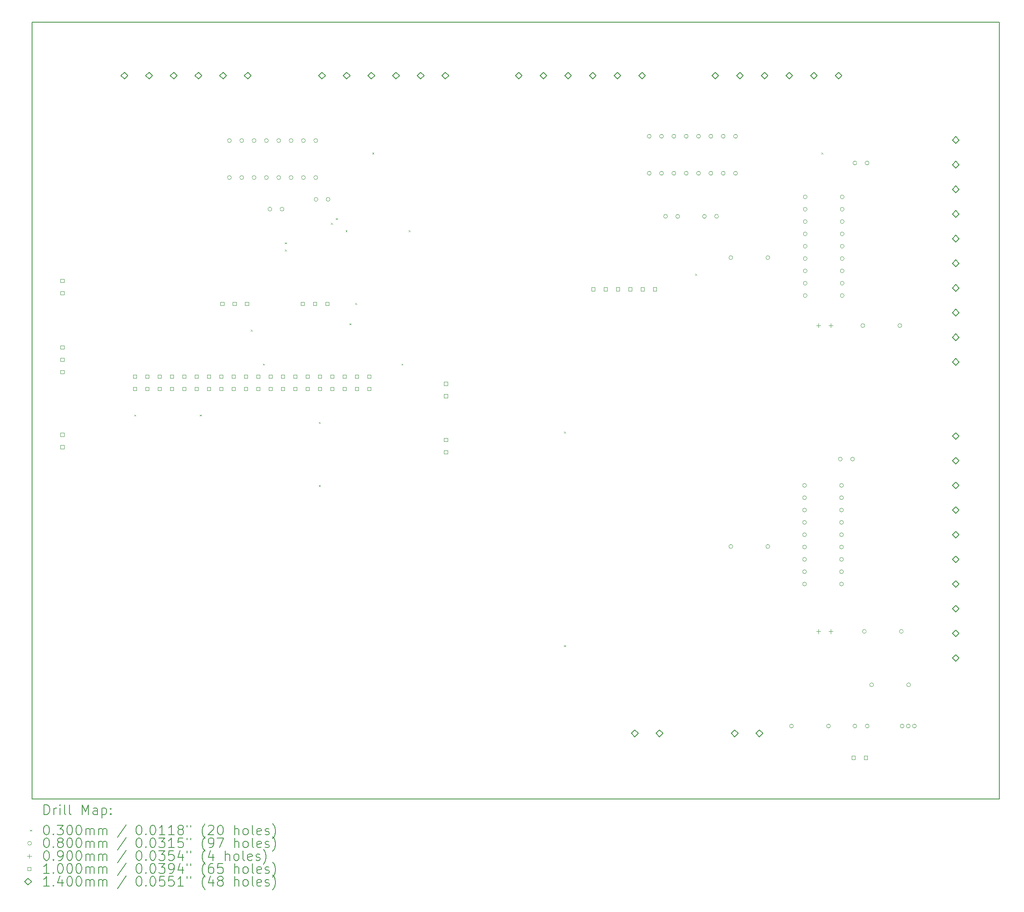
<source format=gbr>
%TF.GenerationSoftware,KiCad,Pcbnew,8.0.2*%
%TF.CreationDate,2024-07-09T15:07:08+02:00*%
%TF.ProjectId,PiADC-IO,50694144-432d-4494-9f2e-6b696361645f,1*%
%TF.SameCoordinates,Original*%
%TF.FileFunction,Drillmap*%
%TF.FilePolarity,Positive*%
%FSLAX45Y45*%
G04 Gerber Fmt 4.5, Leading zero omitted, Abs format (unit mm)*
G04 Created by KiCad (PCBNEW 8.0.2) date 2024-07-09 15:07:08*
%MOMM*%
%LPD*%
G01*
G04 APERTURE LIST*
%ADD10C,0.150000*%
%ADD11C,0.200000*%
%ADD12C,0.100000*%
%ADD13C,0.140000*%
G04 APERTURE END LIST*
D10*
X3073700Y-1400000D02*
X3073700Y-17402000D01*
X23000000Y-1400000D02*
X3073700Y-1400000D01*
X23000000Y-17402000D02*
X23000000Y-1400000D01*
X3073700Y-17402000D02*
X23000000Y-17402000D01*
D11*
D12*
X5185000Y-9485000D02*
X5215000Y-9515000D01*
X5215000Y-9485000D02*
X5185000Y-9515000D01*
X6535000Y-9485000D02*
X6565000Y-9515000D01*
X6565000Y-9485000D02*
X6535000Y-9515000D01*
X7585000Y-7735000D02*
X7615000Y-7765000D01*
X7615000Y-7735000D02*
X7585000Y-7765000D01*
X7835000Y-8435000D02*
X7865000Y-8465000D01*
X7865000Y-8435000D02*
X7835000Y-8465000D01*
X8285000Y-5935000D02*
X8315000Y-5965000D01*
X8315000Y-5935000D02*
X8285000Y-5965000D01*
X8285000Y-6085000D02*
X8315000Y-6115000D01*
X8315000Y-6085000D02*
X8285000Y-6115000D01*
X8985000Y-9635000D02*
X9015000Y-9665000D01*
X9015000Y-9635000D02*
X8985000Y-9665000D01*
X8985000Y-10935000D02*
X9015000Y-10965000D01*
X9015000Y-10935000D02*
X8985000Y-10965000D01*
X9235000Y-5535000D02*
X9265000Y-5565000D01*
X9265000Y-5535000D02*
X9235000Y-5565000D01*
X9335000Y-5435000D02*
X9365000Y-5465000D01*
X9365000Y-5435000D02*
X9335000Y-5465000D01*
X9535000Y-5685000D02*
X9565000Y-5715000D01*
X9565000Y-5685000D02*
X9535000Y-5715000D01*
X9615000Y-7605000D02*
X9645000Y-7635000D01*
X9645000Y-7605000D02*
X9615000Y-7635000D01*
X9735000Y-7185000D02*
X9765000Y-7215000D01*
X9765000Y-7185000D02*
X9735000Y-7215000D01*
X10085000Y-4085000D02*
X10115000Y-4115000D01*
X10115000Y-4085000D02*
X10085000Y-4115000D01*
X10685000Y-8435000D02*
X10715000Y-8465000D01*
X10715000Y-8435000D02*
X10685000Y-8465000D01*
X10835000Y-5685000D02*
X10865000Y-5715000D01*
X10865000Y-5685000D02*
X10835000Y-5715000D01*
X14035000Y-9835000D02*
X14065000Y-9865000D01*
X14065000Y-9835000D02*
X14035000Y-9865000D01*
X14035000Y-14235000D02*
X14065000Y-14265000D01*
X14065000Y-14235000D02*
X14035000Y-14265000D01*
X16735000Y-6585000D02*
X16765000Y-6615000D01*
X16765000Y-6585000D02*
X16735000Y-6615000D01*
X19335000Y-4085000D02*
X19365000Y-4115000D01*
X19365000Y-4085000D02*
X19335000Y-4115000D01*
X7182000Y-3838000D02*
G75*
G02*
X7102000Y-3838000I-40000J0D01*
G01*
X7102000Y-3838000D02*
G75*
G02*
X7182000Y-3838000I40000J0D01*
G01*
X7182000Y-4600000D02*
G75*
G02*
X7102000Y-4600000I-40000J0D01*
G01*
X7102000Y-4600000D02*
G75*
G02*
X7182000Y-4600000I40000J0D01*
G01*
X7436000Y-3838000D02*
G75*
G02*
X7356000Y-3838000I-40000J0D01*
G01*
X7356000Y-3838000D02*
G75*
G02*
X7436000Y-3838000I40000J0D01*
G01*
X7436000Y-4600000D02*
G75*
G02*
X7356000Y-4600000I-40000J0D01*
G01*
X7356000Y-4600000D02*
G75*
G02*
X7436000Y-4600000I40000J0D01*
G01*
X7690000Y-3838000D02*
G75*
G02*
X7610000Y-3838000I-40000J0D01*
G01*
X7610000Y-3838000D02*
G75*
G02*
X7690000Y-3838000I40000J0D01*
G01*
X7690000Y-4600000D02*
G75*
G02*
X7610000Y-4600000I-40000J0D01*
G01*
X7610000Y-4600000D02*
G75*
G02*
X7690000Y-4600000I40000J0D01*
G01*
X7944000Y-3838000D02*
G75*
G02*
X7864000Y-3838000I-40000J0D01*
G01*
X7864000Y-3838000D02*
G75*
G02*
X7944000Y-3838000I40000J0D01*
G01*
X7944000Y-4600000D02*
G75*
G02*
X7864000Y-4600000I-40000J0D01*
G01*
X7864000Y-4600000D02*
G75*
G02*
X7944000Y-4600000I40000J0D01*
G01*
X8015000Y-5250000D02*
G75*
G02*
X7935000Y-5250000I-40000J0D01*
G01*
X7935000Y-5250000D02*
G75*
G02*
X8015000Y-5250000I40000J0D01*
G01*
X8198000Y-3838000D02*
G75*
G02*
X8118000Y-3838000I-40000J0D01*
G01*
X8118000Y-3838000D02*
G75*
G02*
X8198000Y-3838000I40000J0D01*
G01*
X8198000Y-4600000D02*
G75*
G02*
X8118000Y-4600000I-40000J0D01*
G01*
X8118000Y-4600000D02*
G75*
G02*
X8198000Y-4600000I40000J0D01*
G01*
X8265000Y-5250000D02*
G75*
G02*
X8185000Y-5250000I-40000J0D01*
G01*
X8185000Y-5250000D02*
G75*
G02*
X8265000Y-5250000I40000J0D01*
G01*
X8452000Y-3838000D02*
G75*
G02*
X8372000Y-3838000I-40000J0D01*
G01*
X8372000Y-3838000D02*
G75*
G02*
X8452000Y-3838000I40000J0D01*
G01*
X8452000Y-4600000D02*
G75*
G02*
X8372000Y-4600000I-40000J0D01*
G01*
X8372000Y-4600000D02*
G75*
G02*
X8452000Y-4600000I40000J0D01*
G01*
X8706000Y-3838000D02*
G75*
G02*
X8626000Y-3838000I-40000J0D01*
G01*
X8626000Y-3838000D02*
G75*
G02*
X8706000Y-3838000I40000J0D01*
G01*
X8706000Y-4600000D02*
G75*
G02*
X8626000Y-4600000I-40000J0D01*
G01*
X8626000Y-4600000D02*
G75*
G02*
X8706000Y-4600000I40000J0D01*
G01*
X8960000Y-3838000D02*
G75*
G02*
X8880000Y-3838000I-40000J0D01*
G01*
X8880000Y-3838000D02*
G75*
G02*
X8960000Y-3838000I40000J0D01*
G01*
X8960000Y-4600000D02*
G75*
G02*
X8880000Y-4600000I-40000J0D01*
G01*
X8880000Y-4600000D02*
G75*
G02*
X8960000Y-4600000I40000J0D01*
G01*
X8965000Y-5050000D02*
G75*
G02*
X8885000Y-5050000I-40000J0D01*
G01*
X8885000Y-5050000D02*
G75*
G02*
X8965000Y-5050000I40000J0D01*
G01*
X9215000Y-5050000D02*
G75*
G02*
X9135000Y-5050000I-40000J0D01*
G01*
X9135000Y-5050000D02*
G75*
G02*
X9215000Y-5050000I40000J0D01*
G01*
X15828000Y-3750000D02*
G75*
G02*
X15748000Y-3750000I-40000J0D01*
G01*
X15748000Y-3750000D02*
G75*
G02*
X15828000Y-3750000I40000J0D01*
G01*
X15828000Y-4512000D02*
G75*
G02*
X15748000Y-4512000I-40000J0D01*
G01*
X15748000Y-4512000D02*
G75*
G02*
X15828000Y-4512000I40000J0D01*
G01*
X16082000Y-3750000D02*
G75*
G02*
X16002000Y-3750000I-40000J0D01*
G01*
X16002000Y-3750000D02*
G75*
G02*
X16082000Y-3750000I40000J0D01*
G01*
X16082000Y-4512000D02*
G75*
G02*
X16002000Y-4512000I-40000J0D01*
G01*
X16002000Y-4512000D02*
G75*
G02*
X16082000Y-4512000I40000J0D01*
G01*
X16165000Y-5400000D02*
G75*
G02*
X16085000Y-5400000I-40000J0D01*
G01*
X16085000Y-5400000D02*
G75*
G02*
X16165000Y-5400000I40000J0D01*
G01*
X16336000Y-3750000D02*
G75*
G02*
X16256000Y-3750000I-40000J0D01*
G01*
X16256000Y-3750000D02*
G75*
G02*
X16336000Y-3750000I40000J0D01*
G01*
X16336000Y-4512000D02*
G75*
G02*
X16256000Y-4512000I-40000J0D01*
G01*
X16256000Y-4512000D02*
G75*
G02*
X16336000Y-4512000I40000J0D01*
G01*
X16415000Y-5400000D02*
G75*
G02*
X16335000Y-5400000I-40000J0D01*
G01*
X16335000Y-5400000D02*
G75*
G02*
X16415000Y-5400000I40000J0D01*
G01*
X16590000Y-3750000D02*
G75*
G02*
X16510000Y-3750000I-40000J0D01*
G01*
X16510000Y-3750000D02*
G75*
G02*
X16590000Y-3750000I40000J0D01*
G01*
X16590000Y-4512000D02*
G75*
G02*
X16510000Y-4512000I-40000J0D01*
G01*
X16510000Y-4512000D02*
G75*
G02*
X16590000Y-4512000I40000J0D01*
G01*
X16844000Y-3750000D02*
G75*
G02*
X16764000Y-3750000I-40000J0D01*
G01*
X16764000Y-3750000D02*
G75*
G02*
X16844000Y-3750000I40000J0D01*
G01*
X16844000Y-4512000D02*
G75*
G02*
X16764000Y-4512000I-40000J0D01*
G01*
X16764000Y-4512000D02*
G75*
G02*
X16844000Y-4512000I40000J0D01*
G01*
X16965000Y-5400000D02*
G75*
G02*
X16885000Y-5400000I-40000J0D01*
G01*
X16885000Y-5400000D02*
G75*
G02*
X16965000Y-5400000I40000J0D01*
G01*
X17098000Y-3750000D02*
G75*
G02*
X17018000Y-3750000I-40000J0D01*
G01*
X17018000Y-3750000D02*
G75*
G02*
X17098000Y-3750000I40000J0D01*
G01*
X17098000Y-4512000D02*
G75*
G02*
X17018000Y-4512000I-40000J0D01*
G01*
X17018000Y-4512000D02*
G75*
G02*
X17098000Y-4512000I40000J0D01*
G01*
X17215000Y-5400000D02*
G75*
G02*
X17135000Y-5400000I-40000J0D01*
G01*
X17135000Y-5400000D02*
G75*
G02*
X17215000Y-5400000I40000J0D01*
G01*
X17352000Y-3750000D02*
G75*
G02*
X17272000Y-3750000I-40000J0D01*
G01*
X17272000Y-3750000D02*
G75*
G02*
X17352000Y-3750000I40000J0D01*
G01*
X17352000Y-4512000D02*
G75*
G02*
X17272000Y-4512000I-40000J0D01*
G01*
X17272000Y-4512000D02*
G75*
G02*
X17352000Y-4512000I40000J0D01*
G01*
X17509000Y-6250000D02*
G75*
G02*
X17429000Y-6250000I-40000J0D01*
G01*
X17429000Y-6250000D02*
G75*
G02*
X17509000Y-6250000I40000J0D01*
G01*
X17509000Y-12200000D02*
G75*
G02*
X17429000Y-12200000I-40000J0D01*
G01*
X17429000Y-12200000D02*
G75*
G02*
X17509000Y-12200000I40000J0D01*
G01*
X17606000Y-3750000D02*
G75*
G02*
X17526000Y-3750000I-40000J0D01*
G01*
X17526000Y-3750000D02*
G75*
G02*
X17606000Y-3750000I40000J0D01*
G01*
X17606000Y-4512000D02*
G75*
G02*
X17526000Y-4512000I-40000J0D01*
G01*
X17526000Y-4512000D02*
G75*
G02*
X17606000Y-4512000I40000J0D01*
G01*
X18271000Y-6250000D02*
G75*
G02*
X18191000Y-6250000I-40000J0D01*
G01*
X18191000Y-6250000D02*
G75*
G02*
X18271000Y-6250000I40000J0D01*
G01*
X18271000Y-12200000D02*
G75*
G02*
X18191000Y-12200000I-40000J0D01*
G01*
X18191000Y-12200000D02*
G75*
G02*
X18271000Y-12200000I40000J0D01*
G01*
X18759000Y-15900000D02*
G75*
G02*
X18679000Y-15900000I-40000J0D01*
G01*
X18679000Y-15900000D02*
G75*
G02*
X18759000Y-15900000I40000J0D01*
G01*
X19028000Y-10942000D02*
G75*
G02*
X18948000Y-10942000I-40000J0D01*
G01*
X18948000Y-10942000D02*
G75*
G02*
X19028000Y-10942000I40000J0D01*
G01*
X19028000Y-11196000D02*
G75*
G02*
X18948000Y-11196000I-40000J0D01*
G01*
X18948000Y-11196000D02*
G75*
G02*
X19028000Y-11196000I40000J0D01*
G01*
X19028000Y-11450000D02*
G75*
G02*
X18948000Y-11450000I-40000J0D01*
G01*
X18948000Y-11450000D02*
G75*
G02*
X19028000Y-11450000I40000J0D01*
G01*
X19028000Y-11704000D02*
G75*
G02*
X18948000Y-11704000I-40000J0D01*
G01*
X18948000Y-11704000D02*
G75*
G02*
X19028000Y-11704000I40000J0D01*
G01*
X19028000Y-11958000D02*
G75*
G02*
X18948000Y-11958000I-40000J0D01*
G01*
X18948000Y-11958000D02*
G75*
G02*
X19028000Y-11958000I40000J0D01*
G01*
X19028000Y-12212000D02*
G75*
G02*
X18948000Y-12212000I-40000J0D01*
G01*
X18948000Y-12212000D02*
G75*
G02*
X19028000Y-12212000I40000J0D01*
G01*
X19028000Y-12466000D02*
G75*
G02*
X18948000Y-12466000I-40000J0D01*
G01*
X18948000Y-12466000D02*
G75*
G02*
X19028000Y-12466000I40000J0D01*
G01*
X19028000Y-12720000D02*
G75*
G02*
X18948000Y-12720000I-40000J0D01*
G01*
X18948000Y-12720000D02*
G75*
G02*
X19028000Y-12720000I40000J0D01*
G01*
X19028000Y-12974000D02*
G75*
G02*
X18948000Y-12974000I-40000J0D01*
G01*
X18948000Y-12974000D02*
G75*
G02*
X19028000Y-12974000I40000J0D01*
G01*
X19040000Y-5000000D02*
G75*
G02*
X18960000Y-5000000I-40000J0D01*
G01*
X18960000Y-5000000D02*
G75*
G02*
X19040000Y-5000000I40000J0D01*
G01*
X19040000Y-5254000D02*
G75*
G02*
X18960000Y-5254000I-40000J0D01*
G01*
X18960000Y-5254000D02*
G75*
G02*
X19040000Y-5254000I40000J0D01*
G01*
X19040000Y-5508000D02*
G75*
G02*
X18960000Y-5508000I-40000J0D01*
G01*
X18960000Y-5508000D02*
G75*
G02*
X19040000Y-5508000I40000J0D01*
G01*
X19040000Y-5762000D02*
G75*
G02*
X18960000Y-5762000I-40000J0D01*
G01*
X18960000Y-5762000D02*
G75*
G02*
X19040000Y-5762000I40000J0D01*
G01*
X19040000Y-6016000D02*
G75*
G02*
X18960000Y-6016000I-40000J0D01*
G01*
X18960000Y-6016000D02*
G75*
G02*
X19040000Y-6016000I40000J0D01*
G01*
X19040000Y-6270000D02*
G75*
G02*
X18960000Y-6270000I-40000J0D01*
G01*
X18960000Y-6270000D02*
G75*
G02*
X19040000Y-6270000I40000J0D01*
G01*
X19040000Y-6524000D02*
G75*
G02*
X18960000Y-6524000I-40000J0D01*
G01*
X18960000Y-6524000D02*
G75*
G02*
X19040000Y-6524000I40000J0D01*
G01*
X19040000Y-6778000D02*
G75*
G02*
X18960000Y-6778000I-40000J0D01*
G01*
X18960000Y-6778000D02*
G75*
G02*
X19040000Y-6778000I40000J0D01*
G01*
X19040000Y-7032000D02*
G75*
G02*
X18960000Y-7032000I-40000J0D01*
G01*
X18960000Y-7032000D02*
G75*
G02*
X19040000Y-7032000I40000J0D01*
G01*
X19521000Y-15900000D02*
G75*
G02*
X19441000Y-15900000I-40000J0D01*
G01*
X19441000Y-15900000D02*
G75*
G02*
X19521000Y-15900000I40000J0D01*
G01*
X19765000Y-10400000D02*
G75*
G02*
X19685000Y-10400000I-40000J0D01*
G01*
X19685000Y-10400000D02*
G75*
G02*
X19765000Y-10400000I40000J0D01*
G01*
X19790000Y-10942000D02*
G75*
G02*
X19710000Y-10942000I-40000J0D01*
G01*
X19710000Y-10942000D02*
G75*
G02*
X19790000Y-10942000I40000J0D01*
G01*
X19790000Y-11196000D02*
G75*
G02*
X19710000Y-11196000I-40000J0D01*
G01*
X19710000Y-11196000D02*
G75*
G02*
X19790000Y-11196000I40000J0D01*
G01*
X19790000Y-11450000D02*
G75*
G02*
X19710000Y-11450000I-40000J0D01*
G01*
X19710000Y-11450000D02*
G75*
G02*
X19790000Y-11450000I40000J0D01*
G01*
X19790000Y-11704000D02*
G75*
G02*
X19710000Y-11704000I-40000J0D01*
G01*
X19710000Y-11704000D02*
G75*
G02*
X19790000Y-11704000I40000J0D01*
G01*
X19790000Y-11958000D02*
G75*
G02*
X19710000Y-11958000I-40000J0D01*
G01*
X19710000Y-11958000D02*
G75*
G02*
X19790000Y-11958000I40000J0D01*
G01*
X19790000Y-12212000D02*
G75*
G02*
X19710000Y-12212000I-40000J0D01*
G01*
X19710000Y-12212000D02*
G75*
G02*
X19790000Y-12212000I40000J0D01*
G01*
X19790000Y-12466000D02*
G75*
G02*
X19710000Y-12466000I-40000J0D01*
G01*
X19710000Y-12466000D02*
G75*
G02*
X19790000Y-12466000I40000J0D01*
G01*
X19790000Y-12720000D02*
G75*
G02*
X19710000Y-12720000I-40000J0D01*
G01*
X19710000Y-12720000D02*
G75*
G02*
X19790000Y-12720000I40000J0D01*
G01*
X19790000Y-12974000D02*
G75*
G02*
X19710000Y-12974000I-40000J0D01*
G01*
X19710000Y-12974000D02*
G75*
G02*
X19790000Y-12974000I40000J0D01*
G01*
X19802000Y-5000000D02*
G75*
G02*
X19722000Y-5000000I-40000J0D01*
G01*
X19722000Y-5000000D02*
G75*
G02*
X19802000Y-5000000I40000J0D01*
G01*
X19802000Y-5254000D02*
G75*
G02*
X19722000Y-5254000I-40000J0D01*
G01*
X19722000Y-5254000D02*
G75*
G02*
X19802000Y-5254000I40000J0D01*
G01*
X19802000Y-5508000D02*
G75*
G02*
X19722000Y-5508000I-40000J0D01*
G01*
X19722000Y-5508000D02*
G75*
G02*
X19802000Y-5508000I40000J0D01*
G01*
X19802000Y-5762000D02*
G75*
G02*
X19722000Y-5762000I-40000J0D01*
G01*
X19722000Y-5762000D02*
G75*
G02*
X19802000Y-5762000I40000J0D01*
G01*
X19802000Y-6016000D02*
G75*
G02*
X19722000Y-6016000I-40000J0D01*
G01*
X19722000Y-6016000D02*
G75*
G02*
X19802000Y-6016000I40000J0D01*
G01*
X19802000Y-6270000D02*
G75*
G02*
X19722000Y-6270000I-40000J0D01*
G01*
X19722000Y-6270000D02*
G75*
G02*
X19802000Y-6270000I40000J0D01*
G01*
X19802000Y-6524000D02*
G75*
G02*
X19722000Y-6524000I-40000J0D01*
G01*
X19722000Y-6524000D02*
G75*
G02*
X19802000Y-6524000I40000J0D01*
G01*
X19802000Y-6778000D02*
G75*
G02*
X19722000Y-6778000I-40000J0D01*
G01*
X19722000Y-6778000D02*
G75*
G02*
X19802000Y-6778000I40000J0D01*
G01*
X19802000Y-7032000D02*
G75*
G02*
X19722000Y-7032000I-40000J0D01*
G01*
X19722000Y-7032000D02*
G75*
G02*
X19802000Y-7032000I40000J0D01*
G01*
X20015000Y-10400000D02*
G75*
G02*
X19935000Y-10400000I-40000J0D01*
G01*
X19935000Y-10400000D02*
G75*
G02*
X20015000Y-10400000I40000J0D01*
G01*
X20063500Y-15900000D02*
G75*
G02*
X19983500Y-15900000I-40000J0D01*
G01*
X19983500Y-15900000D02*
G75*
G02*
X20063500Y-15900000I40000J0D01*
G01*
X20065000Y-4300000D02*
G75*
G02*
X19985000Y-4300000I-40000J0D01*
G01*
X19985000Y-4300000D02*
G75*
G02*
X20065000Y-4300000I40000J0D01*
G01*
X20228000Y-7650000D02*
G75*
G02*
X20148000Y-7650000I-40000J0D01*
G01*
X20148000Y-7650000D02*
G75*
G02*
X20228000Y-7650000I40000J0D01*
G01*
X20259000Y-13950000D02*
G75*
G02*
X20179000Y-13950000I-40000J0D01*
G01*
X20179000Y-13950000D02*
G75*
G02*
X20259000Y-13950000I40000J0D01*
G01*
X20315000Y-4300000D02*
G75*
G02*
X20235000Y-4300000I-40000J0D01*
G01*
X20235000Y-4300000D02*
G75*
G02*
X20315000Y-4300000I40000J0D01*
G01*
X20317500Y-15900000D02*
G75*
G02*
X20237500Y-15900000I-40000J0D01*
G01*
X20237500Y-15900000D02*
G75*
G02*
X20317500Y-15900000I40000J0D01*
G01*
X20409000Y-15050000D02*
G75*
G02*
X20329000Y-15050000I-40000J0D01*
G01*
X20329000Y-15050000D02*
G75*
G02*
X20409000Y-15050000I40000J0D01*
G01*
X20990000Y-7650000D02*
G75*
G02*
X20910000Y-7650000I-40000J0D01*
G01*
X20910000Y-7650000D02*
G75*
G02*
X20990000Y-7650000I40000J0D01*
G01*
X21021000Y-13950000D02*
G75*
G02*
X20941000Y-13950000I-40000J0D01*
G01*
X20941000Y-13950000D02*
G75*
G02*
X21021000Y-13950000I40000J0D01*
G01*
X21036000Y-15900000D02*
G75*
G02*
X20956000Y-15900000I-40000J0D01*
G01*
X20956000Y-15900000D02*
G75*
G02*
X21036000Y-15900000I40000J0D01*
G01*
X21163000Y-15900000D02*
G75*
G02*
X21083000Y-15900000I-40000J0D01*
G01*
X21083000Y-15900000D02*
G75*
G02*
X21163000Y-15900000I40000J0D01*
G01*
X21171000Y-15050000D02*
G75*
G02*
X21091000Y-15050000I-40000J0D01*
G01*
X21091000Y-15050000D02*
G75*
G02*
X21171000Y-15050000I40000J0D01*
G01*
X21290000Y-15900000D02*
G75*
G02*
X21210000Y-15900000I-40000J0D01*
G01*
X21210000Y-15900000D02*
G75*
G02*
X21290000Y-15900000I40000J0D01*
G01*
X19272500Y-7605000D02*
X19272500Y-7695000D01*
X19227500Y-7650000D02*
X19317500Y-7650000D01*
X19272500Y-13905000D02*
X19272500Y-13995000D01*
X19227500Y-13950000D02*
X19317500Y-13950000D01*
X19526500Y-7605000D02*
X19526500Y-7695000D01*
X19481500Y-7650000D02*
X19571500Y-7650000D01*
X19526500Y-13905000D02*
X19526500Y-13995000D01*
X19481500Y-13950000D02*
X19571500Y-13950000D01*
X3735356Y-6758856D02*
X3735356Y-6688144D01*
X3664644Y-6688144D01*
X3664644Y-6758856D01*
X3735356Y-6758856D01*
X3735356Y-7012856D02*
X3735356Y-6942144D01*
X3664644Y-6942144D01*
X3664644Y-7012856D01*
X3735356Y-7012856D01*
X3735356Y-8135356D02*
X3735356Y-8064644D01*
X3664644Y-8064644D01*
X3664644Y-8135356D01*
X3735356Y-8135356D01*
X3735356Y-8389356D02*
X3735356Y-8318644D01*
X3664644Y-8318644D01*
X3664644Y-8389356D01*
X3735356Y-8389356D01*
X3735356Y-8643356D02*
X3735356Y-8572644D01*
X3664644Y-8572644D01*
X3664644Y-8643356D01*
X3735356Y-8643356D01*
X3735356Y-9931356D02*
X3735356Y-9860644D01*
X3664644Y-9860644D01*
X3664644Y-9931356D01*
X3735356Y-9931356D01*
X3735356Y-10185356D02*
X3735356Y-10114644D01*
X3664644Y-10114644D01*
X3664644Y-10185356D01*
X3735356Y-10185356D01*
X5227356Y-8735356D02*
X5227356Y-8664644D01*
X5156644Y-8664644D01*
X5156644Y-8735356D01*
X5227356Y-8735356D01*
X5227356Y-8989356D02*
X5227356Y-8918644D01*
X5156644Y-8918644D01*
X5156644Y-8989356D01*
X5227356Y-8989356D01*
X5481356Y-8735356D02*
X5481356Y-8664644D01*
X5410644Y-8664644D01*
X5410644Y-8735356D01*
X5481356Y-8735356D01*
X5481356Y-8989356D02*
X5481356Y-8918644D01*
X5410644Y-8918644D01*
X5410644Y-8989356D01*
X5481356Y-8989356D01*
X5735356Y-8735356D02*
X5735356Y-8664644D01*
X5664644Y-8664644D01*
X5664644Y-8735356D01*
X5735356Y-8735356D01*
X5735356Y-8989356D02*
X5735356Y-8918644D01*
X5664644Y-8918644D01*
X5664644Y-8989356D01*
X5735356Y-8989356D01*
X5989356Y-8735356D02*
X5989356Y-8664644D01*
X5918644Y-8664644D01*
X5918644Y-8735356D01*
X5989356Y-8735356D01*
X5989356Y-8989356D02*
X5989356Y-8918644D01*
X5918644Y-8918644D01*
X5918644Y-8989356D01*
X5989356Y-8989356D01*
X6243356Y-8735356D02*
X6243356Y-8664644D01*
X6172644Y-8664644D01*
X6172644Y-8735356D01*
X6243356Y-8735356D01*
X6243356Y-8989356D02*
X6243356Y-8918644D01*
X6172644Y-8918644D01*
X6172644Y-8989356D01*
X6243356Y-8989356D01*
X6497356Y-8735356D02*
X6497356Y-8664644D01*
X6426644Y-8664644D01*
X6426644Y-8735356D01*
X6497356Y-8735356D01*
X6497356Y-8989356D02*
X6497356Y-8918644D01*
X6426644Y-8918644D01*
X6426644Y-8989356D01*
X6497356Y-8989356D01*
X6751356Y-8735356D02*
X6751356Y-8664644D01*
X6680644Y-8664644D01*
X6680644Y-8735356D01*
X6751356Y-8735356D01*
X6751356Y-8989356D02*
X6751356Y-8918644D01*
X6680644Y-8918644D01*
X6680644Y-8989356D01*
X6751356Y-8989356D01*
X7005356Y-8735356D02*
X7005356Y-8664644D01*
X6934644Y-8664644D01*
X6934644Y-8735356D01*
X7005356Y-8735356D01*
X7005356Y-8989356D02*
X7005356Y-8918644D01*
X6934644Y-8918644D01*
X6934644Y-8989356D01*
X7005356Y-8989356D01*
X7027356Y-7235356D02*
X7027356Y-7164644D01*
X6956644Y-7164644D01*
X6956644Y-7235356D01*
X7027356Y-7235356D01*
X7259356Y-8735356D02*
X7259356Y-8664644D01*
X7188644Y-8664644D01*
X7188644Y-8735356D01*
X7259356Y-8735356D01*
X7259356Y-8989356D02*
X7259356Y-8918644D01*
X7188644Y-8918644D01*
X7188644Y-8989356D01*
X7259356Y-8989356D01*
X7281356Y-7235356D02*
X7281356Y-7164644D01*
X7210644Y-7164644D01*
X7210644Y-7235356D01*
X7281356Y-7235356D01*
X7513356Y-8735356D02*
X7513356Y-8664644D01*
X7442644Y-8664644D01*
X7442644Y-8735356D01*
X7513356Y-8735356D01*
X7513356Y-8989356D02*
X7513356Y-8918644D01*
X7442644Y-8918644D01*
X7442644Y-8989356D01*
X7513356Y-8989356D01*
X7535356Y-7235356D02*
X7535356Y-7164644D01*
X7464644Y-7164644D01*
X7464644Y-7235356D01*
X7535356Y-7235356D01*
X7767356Y-8735356D02*
X7767356Y-8664644D01*
X7696644Y-8664644D01*
X7696644Y-8735356D01*
X7767356Y-8735356D01*
X7767356Y-8989356D02*
X7767356Y-8918644D01*
X7696644Y-8918644D01*
X7696644Y-8989356D01*
X7767356Y-8989356D01*
X8021356Y-8735356D02*
X8021356Y-8664644D01*
X7950644Y-8664644D01*
X7950644Y-8735356D01*
X8021356Y-8735356D01*
X8021356Y-8989356D02*
X8021356Y-8918644D01*
X7950644Y-8918644D01*
X7950644Y-8989356D01*
X8021356Y-8989356D01*
X8275356Y-8735356D02*
X8275356Y-8664644D01*
X8204644Y-8664644D01*
X8204644Y-8735356D01*
X8275356Y-8735356D01*
X8275356Y-8989356D02*
X8275356Y-8918644D01*
X8204644Y-8918644D01*
X8204644Y-8989356D01*
X8275356Y-8989356D01*
X8529356Y-8735356D02*
X8529356Y-8664644D01*
X8458644Y-8664644D01*
X8458644Y-8735356D01*
X8529356Y-8735356D01*
X8529356Y-8989356D02*
X8529356Y-8918644D01*
X8458644Y-8918644D01*
X8458644Y-8989356D01*
X8529356Y-8989356D01*
X8682856Y-7235356D02*
X8682856Y-7164644D01*
X8612144Y-7164644D01*
X8612144Y-7235356D01*
X8682856Y-7235356D01*
X8783356Y-8735356D02*
X8783356Y-8664644D01*
X8712644Y-8664644D01*
X8712644Y-8735356D01*
X8783356Y-8735356D01*
X8783356Y-8989356D02*
X8783356Y-8918644D01*
X8712644Y-8918644D01*
X8712644Y-8989356D01*
X8783356Y-8989356D01*
X8936856Y-7235356D02*
X8936856Y-7164644D01*
X8866144Y-7164644D01*
X8866144Y-7235356D01*
X8936856Y-7235356D01*
X9037356Y-8735356D02*
X9037356Y-8664644D01*
X8966644Y-8664644D01*
X8966644Y-8735356D01*
X9037356Y-8735356D01*
X9037356Y-8989356D02*
X9037356Y-8918644D01*
X8966644Y-8918644D01*
X8966644Y-8989356D01*
X9037356Y-8989356D01*
X9190856Y-7235356D02*
X9190856Y-7164644D01*
X9120144Y-7164644D01*
X9120144Y-7235356D01*
X9190856Y-7235356D01*
X9291356Y-8735356D02*
X9291356Y-8664644D01*
X9220644Y-8664644D01*
X9220644Y-8735356D01*
X9291356Y-8735356D01*
X9291356Y-8989356D02*
X9291356Y-8918644D01*
X9220644Y-8918644D01*
X9220644Y-8989356D01*
X9291356Y-8989356D01*
X9545356Y-8735356D02*
X9545356Y-8664644D01*
X9474644Y-8664644D01*
X9474644Y-8735356D01*
X9545356Y-8735356D01*
X9545356Y-8989356D02*
X9545356Y-8918644D01*
X9474644Y-8918644D01*
X9474644Y-8989356D01*
X9545356Y-8989356D01*
X9799356Y-8735356D02*
X9799356Y-8664644D01*
X9728644Y-8664644D01*
X9728644Y-8735356D01*
X9799356Y-8735356D01*
X9799356Y-8989356D02*
X9799356Y-8918644D01*
X9728644Y-8918644D01*
X9728644Y-8989356D01*
X9799356Y-8989356D01*
X10053356Y-8735356D02*
X10053356Y-8664644D01*
X9982644Y-8664644D01*
X9982644Y-8735356D01*
X10053356Y-8735356D01*
X10053356Y-8989356D02*
X10053356Y-8918644D01*
X9982644Y-8918644D01*
X9982644Y-8989356D01*
X10053356Y-8989356D01*
X11635356Y-8881356D02*
X11635356Y-8810644D01*
X11564644Y-8810644D01*
X11564644Y-8881356D01*
X11635356Y-8881356D01*
X11635356Y-9135356D02*
X11635356Y-9064644D01*
X11564644Y-9064644D01*
X11564644Y-9135356D01*
X11635356Y-9135356D01*
X11635356Y-10035356D02*
X11635356Y-9964644D01*
X11564644Y-9964644D01*
X11564644Y-10035356D01*
X11635356Y-10035356D01*
X11635356Y-10289356D02*
X11635356Y-10218644D01*
X11564644Y-10218644D01*
X11564644Y-10289356D01*
X11635356Y-10289356D01*
X14669356Y-6935356D02*
X14669356Y-6864644D01*
X14598644Y-6864644D01*
X14598644Y-6935356D01*
X14669356Y-6935356D01*
X14923356Y-6935356D02*
X14923356Y-6864644D01*
X14852644Y-6864644D01*
X14852644Y-6935356D01*
X14923356Y-6935356D01*
X15177356Y-6935356D02*
X15177356Y-6864644D01*
X15106644Y-6864644D01*
X15106644Y-6935356D01*
X15177356Y-6935356D01*
X15431356Y-6935356D02*
X15431356Y-6864644D01*
X15360644Y-6864644D01*
X15360644Y-6935356D01*
X15431356Y-6935356D01*
X15685356Y-6935356D02*
X15685356Y-6864644D01*
X15614644Y-6864644D01*
X15614644Y-6935356D01*
X15685356Y-6935356D01*
X15939356Y-6935356D02*
X15939356Y-6864644D01*
X15868644Y-6864644D01*
X15868644Y-6935356D01*
X15939356Y-6935356D01*
X20031356Y-16585356D02*
X20031356Y-16514644D01*
X19960644Y-16514644D01*
X19960644Y-16585356D01*
X20031356Y-16585356D01*
X20285356Y-16585356D02*
X20285356Y-16514644D01*
X20214644Y-16514644D01*
X20214644Y-16585356D01*
X20285356Y-16585356D01*
D13*
X4980000Y-2570000D02*
X5050000Y-2500000D01*
X4980000Y-2430000D01*
X4910000Y-2500000D01*
X4980000Y-2570000D01*
X5488000Y-2570000D02*
X5558000Y-2500000D01*
X5488000Y-2430000D01*
X5418000Y-2500000D01*
X5488000Y-2570000D01*
X5996000Y-2570000D02*
X6066000Y-2500000D01*
X5996000Y-2430000D01*
X5926000Y-2500000D01*
X5996000Y-2570000D01*
X6504000Y-2570000D02*
X6574000Y-2500000D01*
X6504000Y-2430000D01*
X6434000Y-2500000D01*
X6504000Y-2570000D01*
X7012000Y-2570000D02*
X7082000Y-2500000D01*
X7012000Y-2430000D01*
X6942000Y-2500000D01*
X7012000Y-2570000D01*
X7520000Y-2570000D02*
X7590000Y-2500000D01*
X7520000Y-2430000D01*
X7450000Y-2500000D01*
X7520000Y-2570000D01*
X9050000Y-2570000D02*
X9120000Y-2500000D01*
X9050000Y-2430000D01*
X8980000Y-2500000D01*
X9050000Y-2570000D01*
X9558000Y-2570000D02*
X9628000Y-2500000D01*
X9558000Y-2430000D01*
X9488000Y-2500000D01*
X9558000Y-2570000D01*
X10066000Y-2570000D02*
X10136000Y-2500000D01*
X10066000Y-2430000D01*
X9996000Y-2500000D01*
X10066000Y-2570000D01*
X10574000Y-2570000D02*
X10644000Y-2500000D01*
X10574000Y-2430000D01*
X10504000Y-2500000D01*
X10574000Y-2570000D01*
X11082000Y-2570000D02*
X11152000Y-2500000D01*
X11082000Y-2430000D01*
X11012000Y-2500000D01*
X11082000Y-2570000D01*
X11590000Y-2570000D02*
X11660000Y-2500000D01*
X11590000Y-2430000D01*
X11520000Y-2500000D01*
X11590000Y-2570000D01*
X13100000Y-2570000D02*
X13170000Y-2500000D01*
X13100000Y-2430000D01*
X13030000Y-2500000D01*
X13100000Y-2570000D01*
X13608000Y-2570000D02*
X13678000Y-2500000D01*
X13608000Y-2430000D01*
X13538000Y-2500000D01*
X13608000Y-2570000D01*
X14116000Y-2570000D02*
X14186000Y-2500000D01*
X14116000Y-2430000D01*
X14046000Y-2500000D01*
X14116000Y-2570000D01*
X14624000Y-2570000D02*
X14694000Y-2500000D01*
X14624000Y-2430000D01*
X14554000Y-2500000D01*
X14624000Y-2570000D01*
X15132000Y-2570000D02*
X15202000Y-2500000D01*
X15132000Y-2430000D01*
X15062000Y-2500000D01*
X15132000Y-2570000D01*
X15492000Y-16120000D02*
X15562000Y-16050000D01*
X15492000Y-15980000D01*
X15422000Y-16050000D01*
X15492000Y-16120000D01*
X15640000Y-2570000D02*
X15710000Y-2500000D01*
X15640000Y-2430000D01*
X15570000Y-2500000D01*
X15640000Y-2570000D01*
X16000000Y-16120000D02*
X16070000Y-16050000D01*
X16000000Y-15980000D01*
X15930000Y-16050000D01*
X16000000Y-16120000D01*
X17150000Y-2570000D02*
X17220000Y-2500000D01*
X17150000Y-2430000D01*
X17080000Y-2500000D01*
X17150000Y-2570000D01*
X17550000Y-16120000D02*
X17620000Y-16050000D01*
X17550000Y-15980000D01*
X17480000Y-16050000D01*
X17550000Y-16120000D01*
X17658000Y-2570000D02*
X17728000Y-2500000D01*
X17658000Y-2430000D01*
X17588000Y-2500000D01*
X17658000Y-2570000D01*
X18058000Y-16120000D02*
X18128000Y-16050000D01*
X18058000Y-15980000D01*
X17988000Y-16050000D01*
X18058000Y-16120000D01*
X18166000Y-2570000D02*
X18236000Y-2500000D01*
X18166000Y-2430000D01*
X18096000Y-2500000D01*
X18166000Y-2570000D01*
X18674000Y-2570000D02*
X18744000Y-2500000D01*
X18674000Y-2430000D01*
X18604000Y-2500000D01*
X18674000Y-2570000D01*
X19182000Y-2570000D02*
X19252000Y-2500000D01*
X19182000Y-2430000D01*
X19112000Y-2500000D01*
X19182000Y-2570000D01*
X19690000Y-2570000D02*
X19760000Y-2500000D01*
X19690000Y-2430000D01*
X19620000Y-2500000D01*
X19690000Y-2570000D01*
X22100000Y-3898000D02*
X22170000Y-3828000D01*
X22100000Y-3758000D01*
X22030000Y-3828000D01*
X22100000Y-3898000D01*
X22100000Y-4406000D02*
X22170000Y-4336000D01*
X22100000Y-4266000D01*
X22030000Y-4336000D01*
X22100000Y-4406000D01*
X22100000Y-4914000D02*
X22170000Y-4844000D01*
X22100000Y-4774000D01*
X22030000Y-4844000D01*
X22100000Y-4914000D01*
X22100000Y-5422000D02*
X22170000Y-5352000D01*
X22100000Y-5282000D01*
X22030000Y-5352000D01*
X22100000Y-5422000D01*
X22100000Y-5930000D02*
X22170000Y-5860000D01*
X22100000Y-5790000D01*
X22030000Y-5860000D01*
X22100000Y-5930000D01*
X22100000Y-6438000D02*
X22170000Y-6368000D01*
X22100000Y-6298000D01*
X22030000Y-6368000D01*
X22100000Y-6438000D01*
X22100000Y-6946000D02*
X22170000Y-6876000D01*
X22100000Y-6806000D01*
X22030000Y-6876000D01*
X22100000Y-6946000D01*
X22100000Y-7454000D02*
X22170000Y-7384000D01*
X22100000Y-7314000D01*
X22030000Y-7384000D01*
X22100000Y-7454000D01*
X22100000Y-7962000D02*
X22170000Y-7892000D01*
X22100000Y-7822000D01*
X22030000Y-7892000D01*
X22100000Y-7962000D01*
X22100000Y-8470000D02*
X22170000Y-8400000D01*
X22100000Y-8330000D01*
X22030000Y-8400000D01*
X22100000Y-8470000D01*
X22100000Y-9998000D02*
X22170000Y-9928000D01*
X22100000Y-9858000D01*
X22030000Y-9928000D01*
X22100000Y-9998000D01*
X22100000Y-10506000D02*
X22170000Y-10436000D01*
X22100000Y-10366000D01*
X22030000Y-10436000D01*
X22100000Y-10506000D01*
X22100000Y-11014000D02*
X22170000Y-10944000D01*
X22100000Y-10874000D01*
X22030000Y-10944000D01*
X22100000Y-11014000D01*
X22100000Y-11522000D02*
X22170000Y-11452000D01*
X22100000Y-11382000D01*
X22030000Y-11452000D01*
X22100000Y-11522000D01*
X22100000Y-12030000D02*
X22170000Y-11960000D01*
X22100000Y-11890000D01*
X22030000Y-11960000D01*
X22100000Y-12030000D01*
X22100000Y-12538000D02*
X22170000Y-12468000D01*
X22100000Y-12398000D01*
X22030000Y-12468000D01*
X22100000Y-12538000D01*
X22100000Y-13046000D02*
X22170000Y-12976000D01*
X22100000Y-12906000D01*
X22030000Y-12976000D01*
X22100000Y-13046000D01*
X22100000Y-13554000D02*
X22170000Y-13484000D01*
X22100000Y-13414000D01*
X22030000Y-13484000D01*
X22100000Y-13554000D01*
X22100000Y-14062000D02*
X22170000Y-13992000D01*
X22100000Y-13922000D01*
X22030000Y-13992000D01*
X22100000Y-14062000D01*
X22100000Y-14570000D02*
X22170000Y-14500000D01*
X22100000Y-14430000D01*
X22030000Y-14500000D01*
X22100000Y-14570000D01*
D11*
X3326977Y-17720984D02*
X3326977Y-17520984D01*
X3326977Y-17520984D02*
X3374596Y-17520984D01*
X3374596Y-17520984D02*
X3403167Y-17530508D01*
X3403167Y-17530508D02*
X3422215Y-17549555D01*
X3422215Y-17549555D02*
X3431739Y-17568603D01*
X3431739Y-17568603D02*
X3441262Y-17606698D01*
X3441262Y-17606698D02*
X3441262Y-17635270D01*
X3441262Y-17635270D02*
X3431739Y-17673365D01*
X3431739Y-17673365D02*
X3422215Y-17692412D01*
X3422215Y-17692412D02*
X3403167Y-17711460D01*
X3403167Y-17711460D02*
X3374596Y-17720984D01*
X3374596Y-17720984D02*
X3326977Y-17720984D01*
X3526977Y-17720984D02*
X3526977Y-17587650D01*
X3526977Y-17625746D02*
X3536501Y-17606698D01*
X3536501Y-17606698D02*
X3546024Y-17597174D01*
X3546024Y-17597174D02*
X3565072Y-17587650D01*
X3565072Y-17587650D02*
X3584120Y-17587650D01*
X3650786Y-17720984D02*
X3650786Y-17587650D01*
X3650786Y-17520984D02*
X3641262Y-17530508D01*
X3641262Y-17530508D02*
X3650786Y-17540031D01*
X3650786Y-17540031D02*
X3660310Y-17530508D01*
X3660310Y-17530508D02*
X3650786Y-17520984D01*
X3650786Y-17520984D02*
X3650786Y-17540031D01*
X3774596Y-17720984D02*
X3755548Y-17711460D01*
X3755548Y-17711460D02*
X3746024Y-17692412D01*
X3746024Y-17692412D02*
X3746024Y-17520984D01*
X3879358Y-17720984D02*
X3860310Y-17711460D01*
X3860310Y-17711460D02*
X3850786Y-17692412D01*
X3850786Y-17692412D02*
X3850786Y-17520984D01*
X4107929Y-17720984D02*
X4107929Y-17520984D01*
X4107929Y-17520984D02*
X4174596Y-17663841D01*
X4174596Y-17663841D02*
X4241263Y-17520984D01*
X4241263Y-17520984D02*
X4241263Y-17720984D01*
X4422215Y-17720984D02*
X4422215Y-17616222D01*
X4422215Y-17616222D02*
X4412691Y-17597174D01*
X4412691Y-17597174D02*
X4393644Y-17587650D01*
X4393644Y-17587650D02*
X4355548Y-17587650D01*
X4355548Y-17587650D02*
X4336501Y-17597174D01*
X4422215Y-17711460D02*
X4403167Y-17720984D01*
X4403167Y-17720984D02*
X4355548Y-17720984D01*
X4355548Y-17720984D02*
X4336501Y-17711460D01*
X4336501Y-17711460D02*
X4326977Y-17692412D01*
X4326977Y-17692412D02*
X4326977Y-17673365D01*
X4326977Y-17673365D02*
X4336501Y-17654317D01*
X4336501Y-17654317D02*
X4355548Y-17644793D01*
X4355548Y-17644793D02*
X4403167Y-17644793D01*
X4403167Y-17644793D02*
X4422215Y-17635270D01*
X4517453Y-17587650D02*
X4517453Y-17787650D01*
X4517453Y-17597174D02*
X4536501Y-17587650D01*
X4536501Y-17587650D02*
X4574596Y-17587650D01*
X4574596Y-17587650D02*
X4593644Y-17597174D01*
X4593644Y-17597174D02*
X4603167Y-17606698D01*
X4603167Y-17606698D02*
X4612691Y-17625746D01*
X4612691Y-17625746D02*
X4612691Y-17682889D01*
X4612691Y-17682889D02*
X4603167Y-17701936D01*
X4603167Y-17701936D02*
X4593644Y-17711460D01*
X4593644Y-17711460D02*
X4574596Y-17720984D01*
X4574596Y-17720984D02*
X4536501Y-17720984D01*
X4536501Y-17720984D02*
X4517453Y-17711460D01*
X4698405Y-17701936D02*
X4707929Y-17711460D01*
X4707929Y-17711460D02*
X4698405Y-17720984D01*
X4698405Y-17720984D02*
X4688882Y-17711460D01*
X4688882Y-17711460D02*
X4698405Y-17701936D01*
X4698405Y-17701936D02*
X4698405Y-17720984D01*
X4698405Y-17597174D02*
X4707929Y-17606698D01*
X4707929Y-17606698D02*
X4698405Y-17616222D01*
X4698405Y-17616222D02*
X4688882Y-17606698D01*
X4688882Y-17606698D02*
X4698405Y-17597174D01*
X4698405Y-17597174D02*
X4698405Y-17616222D01*
D12*
X3036200Y-18034500D02*
X3066200Y-18064500D01*
X3066200Y-18034500D02*
X3036200Y-18064500D01*
D11*
X3365072Y-17940984D02*
X3384120Y-17940984D01*
X3384120Y-17940984D02*
X3403167Y-17950508D01*
X3403167Y-17950508D02*
X3412691Y-17960031D01*
X3412691Y-17960031D02*
X3422215Y-17979079D01*
X3422215Y-17979079D02*
X3431739Y-18017174D01*
X3431739Y-18017174D02*
X3431739Y-18064793D01*
X3431739Y-18064793D02*
X3422215Y-18102889D01*
X3422215Y-18102889D02*
X3412691Y-18121936D01*
X3412691Y-18121936D02*
X3403167Y-18131460D01*
X3403167Y-18131460D02*
X3384120Y-18140984D01*
X3384120Y-18140984D02*
X3365072Y-18140984D01*
X3365072Y-18140984D02*
X3346024Y-18131460D01*
X3346024Y-18131460D02*
X3336501Y-18121936D01*
X3336501Y-18121936D02*
X3326977Y-18102889D01*
X3326977Y-18102889D02*
X3317453Y-18064793D01*
X3317453Y-18064793D02*
X3317453Y-18017174D01*
X3317453Y-18017174D02*
X3326977Y-17979079D01*
X3326977Y-17979079D02*
X3336501Y-17960031D01*
X3336501Y-17960031D02*
X3346024Y-17950508D01*
X3346024Y-17950508D02*
X3365072Y-17940984D01*
X3517453Y-18121936D02*
X3526977Y-18131460D01*
X3526977Y-18131460D02*
X3517453Y-18140984D01*
X3517453Y-18140984D02*
X3507929Y-18131460D01*
X3507929Y-18131460D02*
X3517453Y-18121936D01*
X3517453Y-18121936D02*
X3517453Y-18140984D01*
X3593643Y-17940984D02*
X3717453Y-17940984D01*
X3717453Y-17940984D02*
X3650786Y-18017174D01*
X3650786Y-18017174D02*
X3679358Y-18017174D01*
X3679358Y-18017174D02*
X3698405Y-18026698D01*
X3698405Y-18026698D02*
X3707929Y-18036222D01*
X3707929Y-18036222D02*
X3717453Y-18055270D01*
X3717453Y-18055270D02*
X3717453Y-18102889D01*
X3717453Y-18102889D02*
X3707929Y-18121936D01*
X3707929Y-18121936D02*
X3698405Y-18131460D01*
X3698405Y-18131460D02*
X3679358Y-18140984D01*
X3679358Y-18140984D02*
X3622215Y-18140984D01*
X3622215Y-18140984D02*
X3603167Y-18131460D01*
X3603167Y-18131460D02*
X3593643Y-18121936D01*
X3841262Y-17940984D02*
X3860310Y-17940984D01*
X3860310Y-17940984D02*
X3879358Y-17950508D01*
X3879358Y-17950508D02*
X3888882Y-17960031D01*
X3888882Y-17960031D02*
X3898405Y-17979079D01*
X3898405Y-17979079D02*
X3907929Y-18017174D01*
X3907929Y-18017174D02*
X3907929Y-18064793D01*
X3907929Y-18064793D02*
X3898405Y-18102889D01*
X3898405Y-18102889D02*
X3888882Y-18121936D01*
X3888882Y-18121936D02*
X3879358Y-18131460D01*
X3879358Y-18131460D02*
X3860310Y-18140984D01*
X3860310Y-18140984D02*
X3841262Y-18140984D01*
X3841262Y-18140984D02*
X3822215Y-18131460D01*
X3822215Y-18131460D02*
X3812691Y-18121936D01*
X3812691Y-18121936D02*
X3803167Y-18102889D01*
X3803167Y-18102889D02*
X3793643Y-18064793D01*
X3793643Y-18064793D02*
X3793643Y-18017174D01*
X3793643Y-18017174D02*
X3803167Y-17979079D01*
X3803167Y-17979079D02*
X3812691Y-17960031D01*
X3812691Y-17960031D02*
X3822215Y-17950508D01*
X3822215Y-17950508D02*
X3841262Y-17940984D01*
X4031739Y-17940984D02*
X4050786Y-17940984D01*
X4050786Y-17940984D02*
X4069834Y-17950508D01*
X4069834Y-17950508D02*
X4079358Y-17960031D01*
X4079358Y-17960031D02*
X4088882Y-17979079D01*
X4088882Y-17979079D02*
X4098405Y-18017174D01*
X4098405Y-18017174D02*
X4098405Y-18064793D01*
X4098405Y-18064793D02*
X4088882Y-18102889D01*
X4088882Y-18102889D02*
X4079358Y-18121936D01*
X4079358Y-18121936D02*
X4069834Y-18131460D01*
X4069834Y-18131460D02*
X4050786Y-18140984D01*
X4050786Y-18140984D02*
X4031739Y-18140984D01*
X4031739Y-18140984D02*
X4012691Y-18131460D01*
X4012691Y-18131460D02*
X4003167Y-18121936D01*
X4003167Y-18121936D02*
X3993643Y-18102889D01*
X3993643Y-18102889D02*
X3984120Y-18064793D01*
X3984120Y-18064793D02*
X3984120Y-18017174D01*
X3984120Y-18017174D02*
X3993643Y-17979079D01*
X3993643Y-17979079D02*
X4003167Y-17960031D01*
X4003167Y-17960031D02*
X4012691Y-17950508D01*
X4012691Y-17950508D02*
X4031739Y-17940984D01*
X4184120Y-18140984D02*
X4184120Y-18007650D01*
X4184120Y-18026698D02*
X4193643Y-18017174D01*
X4193643Y-18017174D02*
X4212691Y-18007650D01*
X4212691Y-18007650D02*
X4241263Y-18007650D01*
X4241263Y-18007650D02*
X4260310Y-18017174D01*
X4260310Y-18017174D02*
X4269834Y-18036222D01*
X4269834Y-18036222D02*
X4269834Y-18140984D01*
X4269834Y-18036222D02*
X4279358Y-18017174D01*
X4279358Y-18017174D02*
X4298405Y-18007650D01*
X4298405Y-18007650D02*
X4326977Y-18007650D01*
X4326977Y-18007650D02*
X4346025Y-18017174D01*
X4346025Y-18017174D02*
X4355548Y-18036222D01*
X4355548Y-18036222D02*
X4355548Y-18140984D01*
X4450786Y-18140984D02*
X4450786Y-18007650D01*
X4450786Y-18026698D02*
X4460310Y-18017174D01*
X4460310Y-18017174D02*
X4479358Y-18007650D01*
X4479358Y-18007650D02*
X4507929Y-18007650D01*
X4507929Y-18007650D02*
X4526977Y-18017174D01*
X4526977Y-18017174D02*
X4536501Y-18036222D01*
X4536501Y-18036222D02*
X4536501Y-18140984D01*
X4536501Y-18036222D02*
X4546025Y-18017174D01*
X4546025Y-18017174D02*
X4565072Y-18007650D01*
X4565072Y-18007650D02*
X4593644Y-18007650D01*
X4593644Y-18007650D02*
X4612691Y-18017174D01*
X4612691Y-18017174D02*
X4622215Y-18036222D01*
X4622215Y-18036222D02*
X4622215Y-18140984D01*
X5012691Y-17931460D02*
X4841263Y-18188603D01*
X5269834Y-17940984D02*
X5288882Y-17940984D01*
X5288882Y-17940984D02*
X5307929Y-17950508D01*
X5307929Y-17950508D02*
X5317453Y-17960031D01*
X5317453Y-17960031D02*
X5326977Y-17979079D01*
X5326977Y-17979079D02*
X5336501Y-18017174D01*
X5336501Y-18017174D02*
X5336501Y-18064793D01*
X5336501Y-18064793D02*
X5326977Y-18102889D01*
X5326977Y-18102889D02*
X5317453Y-18121936D01*
X5317453Y-18121936D02*
X5307929Y-18131460D01*
X5307929Y-18131460D02*
X5288882Y-18140984D01*
X5288882Y-18140984D02*
X5269834Y-18140984D01*
X5269834Y-18140984D02*
X5250787Y-18131460D01*
X5250787Y-18131460D02*
X5241263Y-18121936D01*
X5241263Y-18121936D02*
X5231739Y-18102889D01*
X5231739Y-18102889D02*
X5222215Y-18064793D01*
X5222215Y-18064793D02*
X5222215Y-18017174D01*
X5222215Y-18017174D02*
X5231739Y-17979079D01*
X5231739Y-17979079D02*
X5241263Y-17960031D01*
X5241263Y-17960031D02*
X5250787Y-17950508D01*
X5250787Y-17950508D02*
X5269834Y-17940984D01*
X5422215Y-18121936D02*
X5431739Y-18131460D01*
X5431739Y-18131460D02*
X5422215Y-18140984D01*
X5422215Y-18140984D02*
X5412691Y-18131460D01*
X5412691Y-18131460D02*
X5422215Y-18121936D01*
X5422215Y-18121936D02*
X5422215Y-18140984D01*
X5555548Y-17940984D02*
X5574596Y-17940984D01*
X5574596Y-17940984D02*
X5593644Y-17950508D01*
X5593644Y-17950508D02*
X5603167Y-17960031D01*
X5603167Y-17960031D02*
X5612691Y-17979079D01*
X5612691Y-17979079D02*
X5622215Y-18017174D01*
X5622215Y-18017174D02*
X5622215Y-18064793D01*
X5622215Y-18064793D02*
X5612691Y-18102889D01*
X5612691Y-18102889D02*
X5603167Y-18121936D01*
X5603167Y-18121936D02*
X5593644Y-18131460D01*
X5593644Y-18131460D02*
X5574596Y-18140984D01*
X5574596Y-18140984D02*
X5555548Y-18140984D01*
X5555548Y-18140984D02*
X5536501Y-18131460D01*
X5536501Y-18131460D02*
X5526977Y-18121936D01*
X5526977Y-18121936D02*
X5517453Y-18102889D01*
X5517453Y-18102889D02*
X5507929Y-18064793D01*
X5507929Y-18064793D02*
X5507929Y-18017174D01*
X5507929Y-18017174D02*
X5517453Y-17979079D01*
X5517453Y-17979079D02*
X5526977Y-17960031D01*
X5526977Y-17960031D02*
X5536501Y-17950508D01*
X5536501Y-17950508D02*
X5555548Y-17940984D01*
X5812691Y-18140984D02*
X5698406Y-18140984D01*
X5755548Y-18140984D02*
X5755548Y-17940984D01*
X5755548Y-17940984D02*
X5736501Y-17969555D01*
X5736501Y-17969555D02*
X5717453Y-17988603D01*
X5717453Y-17988603D02*
X5698406Y-17998127D01*
X6003167Y-18140984D02*
X5888882Y-18140984D01*
X5946025Y-18140984D02*
X5946025Y-17940984D01*
X5946025Y-17940984D02*
X5926977Y-17969555D01*
X5926977Y-17969555D02*
X5907929Y-17988603D01*
X5907929Y-17988603D02*
X5888882Y-17998127D01*
X6117453Y-18026698D02*
X6098406Y-18017174D01*
X6098406Y-18017174D02*
X6088882Y-18007650D01*
X6088882Y-18007650D02*
X6079358Y-17988603D01*
X6079358Y-17988603D02*
X6079358Y-17979079D01*
X6079358Y-17979079D02*
X6088882Y-17960031D01*
X6088882Y-17960031D02*
X6098406Y-17950508D01*
X6098406Y-17950508D02*
X6117453Y-17940984D01*
X6117453Y-17940984D02*
X6155548Y-17940984D01*
X6155548Y-17940984D02*
X6174596Y-17950508D01*
X6174596Y-17950508D02*
X6184120Y-17960031D01*
X6184120Y-17960031D02*
X6193644Y-17979079D01*
X6193644Y-17979079D02*
X6193644Y-17988603D01*
X6193644Y-17988603D02*
X6184120Y-18007650D01*
X6184120Y-18007650D02*
X6174596Y-18017174D01*
X6174596Y-18017174D02*
X6155548Y-18026698D01*
X6155548Y-18026698D02*
X6117453Y-18026698D01*
X6117453Y-18026698D02*
X6098406Y-18036222D01*
X6098406Y-18036222D02*
X6088882Y-18045746D01*
X6088882Y-18045746D02*
X6079358Y-18064793D01*
X6079358Y-18064793D02*
X6079358Y-18102889D01*
X6079358Y-18102889D02*
X6088882Y-18121936D01*
X6088882Y-18121936D02*
X6098406Y-18131460D01*
X6098406Y-18131460D02*
X6117453Y-18140984D01*
X6117453Y-18140984D02*
X6155548Y-18140984D01*
X6155548Y-18140984D02*
X6174596Y-18131460D01*
X6174596Y-18131460D02*
X6184120Y-18121936D01*
X6184120Y-18121936D02*
X6193644Y-18102889D01*
X6193644Y-18102889D02*
X6193644Y-18064793D01*
X6193644Y-18064793D02*
X6184120Y-18045746D01*
X6184120Y-18045746D02*
X6174596Y-18036222D01*
X6174596Y-18036222D02*
X6155548Y-18026698D01*
X6269834Y-17940984D02*
X6269834Y-17979079D01*
X6346025Y-17940984D02*
X6346025Y-17979079D01*
X6641263Y-18217174D02*
X6631739Y-18207650D01*
X6631739Y-18207650D02*
X6612691Y-18179079D01*
X6612691Y-18179079D02*
X6603168Y-18160031D01*
X6603168Y-18160031D02*
X6593644Y-18131460D01*
X6593644Y-18131460D02*
X6584120Y-18083841D01*
X6584120Y-18083841D02*
X6584120Y-18045746D01*
X6584120Y-18045746D02*
X6593644Y-17998127D01*
X6593644Y-17998127D02*
X6603168Y-17969555D01*
X6603168Y-17969555D02*
X6612691Y-17950508D01*
X6612691Y-17950508D02*
X6631739Y-17921936D01*
X6631739Y-17921936D02*
X6641263Y-17912412D01*
X6707929Y-17960031D02*
X6717453Y-17950508D01*
X6717453Y-17950508D02*
X6736501Y-17940984D01*
X6736501Y-17940984D02*
X6784120Y-17940984D01*
X6784120Y-17940984D02*
X6803168Y-17950508D01*
X6803168Y-17950508D02*
X6812691Y-17960031D01*
X6812691Y-17960031D02*
X6822215Y-17979079D01*
X6822215Y-17979079D02*
X6822215Y-17998127D01*
X6822215Y-17998127D02*
X6812691Y-18026698D01*
X6812691Y-18026698D02*
X6698406Y-18140984D01*
X6698406Y-18140984D02*
X6822215Y-18140984D01*
X6946025Y-17940984D02*
X6965072Y-17940984D01*
X6965072Y-17940984D02*
X6984120Y-17950508D01*
X6984120Y-17950508D02*
X6993644Y-17960031D01*
X6993644Y-17960031D02*
X7003168Y-17979079D01*
X7003168Y-17979079D02*
X7012691Y-18017174D01*
X7012691Y-18017174D02*
X7012691Y-18064793D01*
X7012691Y-18064793D02*
X7003168Y-18102889D01*
X7003168Y-18102889D02*
X6993644Y-18121936D01*
X6993644Y-18121936D02*
X6984120Y-18131460D01*
X6984120Y-18131460D02*
X6965072Y-18140984D01*
X6965072Y-18140984D02*
X6946025Y-18140984D01*
X6946025Y-18140984D02*
X6926977Y-18131460D01*
X6926977Y-18131460D02*
X6917453Y-18121936D01*
X6917453Y-18121936D02*
X6907929Y-18102889D01*
X6907929Y-18102889D02*
X6898406Y-18064793D01*
X6898406Y-18064793D02*
X6898406Y-18017174D01*
X6898406Y-18017174D02*
X6907929Y-17979079D01*
X6907929Y-17979079D02*
X6917453Y-17960031D01*
X6917453Y-17960031D02*
X6926977Y-17950508D01*
X6926977Y-17950508D02*
X6946025Y-17940984D01*
X7250787Y-18140984D02*
X7250787Y-17940984D01*
X7336501Y-18140984D02*
X7336501Y-18036222D01*
X7336501Y-18036222D02*
X7326977Y-18017174D01*
X7326977Y-18017174D02*
X7307930Y-18007650D01*
X7307930Y-18007650D02*
X7279358Y-18007650D01*
X7279358Y-18007650D02*
X7260310Y-18017174D01*
X7260310Y-18017174D02*
X7250787Y-18026698D01*
X7460310Y-18140984D02*
X7441263Y-18131460D01*
X7441263Y-18131460D02*
X7431739Y-18121936D01*
X7431739Y-18121936D02*
X7422215Y-18102889D01*
X7422215Y-18102889D02*
X7422215Y-18045746D01*
X7422215Y-18045746D02*
X7431739Y-18026698D01*
X7431739Y-18026698D02*
X7441263Y-18017174D01*
X7441263Y-18017174D02*
X7460310Y-18007650D01*
X7460310Y-18007650D02*
X7488882Y-18007650D01*
X7488882Y-18007650D02*
X7507930Y-18017174D01*
X7507930Y-18017174D02*
X7517453Y-18026698D01*
X7517453Y-18026698D02*
X7526977Y-18045746D01*
X7526977Y-18045746D02*
X7526977Y-18102889D01*
X7526977Y-18102889D02*
X7517453Y-18121936D01*
X7517453Y-18121936D02*
X7507930Y-18131460D01*
X7507930Y-18131460D02*
X7488882Y-18140984D01*
X7488882Y-18140984D02*
X7460310Y-18140984D01*
X7641263Y-18140984D02*
X7622215Y-18131460D01*
X7622215Y-18131460D02*
X7612691Y-18112412D01*
X7612691Y-18112412D02*
X7612691Y-17940984D01*
X7793644Y-18131460D02*
X7774596Y-18140984D01*
X7774596Y-18140984D02*
X7736501Y-18140984D01*
X7736501Y-18140984D02*
X7717453Y-18131460D01*
X7717453Y-18131460D02*
X7707930Y-18112412D01*
X7707930Y-18112412D02*
X7707930Y-18036222D01*
X7707930Y-18036222D02*
X7717453Y-18017174D01*
X7717453Y-18017174D02*
X7736501Y-18007650D01*
X7736501Y-18007650D02*
X7774596Y-18007650D01*
X7774596Y-18007650D02*
X7793644Y-18017174D01*
X7793644Y-18017174D02*
X7803168Y-18036222D01*
X7803168Y-18036222D02*
X7803168Y-18055270D01*
X7803168Y-18055270D02*
X7707930Y-18074317D01*
X7879358Y-18131460D02*
X7898406Y-18140984D01*
X7898406Y-18140984D02*
X7936501Y-18140984D01*
X7936501Y-18140984D02*
X7955549Y-18131460D01*
X7955549Y-18131460D02*
X7965072Y-18112412D01*
X7965072Y-18112412D02*
X7965072Y-18102889D01*
X7965072Y-18102889D02*
X7955549Y-18083841D01*
X7955549Y-18083841D02*
X7936501Y-18074317D01*
X7936501Y-18074317D02*
X7907930Y-18074317D01*
X7907930Y-18074317D02*
X7888882Y-18064793D01*
X7888882Y-18064793D02*
X7879358Y-18045746D01*
X7879358Y-18045746D02*
X7879358Y-18036222D01*
X7879358Y-18036222D02*
X7888882Y-18017174D01*
X7888882Y-18017174D02*
X7907930Y-18007650D01*
X7907930Y-18007650D02*
X7936501Y-18007650D01*
X7936501Y-18007650D02*
X7955549Y-18017174D01*
X8031739Y-18217174D02*
X8041263Y-18207650D01*
X8041263Y-18207650D02*
X8060311Y-18179079D01*
X8060311Y-18179079D02*
X8069834Y-18160031D01*
X8069834Y-18160031D02*
X8079358Y-18131460D01*
X8079358Y-18131460D02*
X8088882Y-18083841D01*
X8088882Y-18083841D02*
X8088882Y-18045746D01*
X8088882Y-18045746D02*
X8079358Y-17998127D01*
X8079358Y-17998127D02*
X8069834Y-17969555D01*
X8069834Y-17969555D02*
X8060311Y-17950508D01*
X8060311Y-17950508D02*
X8041263Y-17921936D01*
X8041263Y-17921936D02*
X8031739Y-17912412D01*
D12*
X3066200Y-18313500D02*
G75*
G02*
X2986200Y-18313500I-40000J0D01*
G01*
X2986200Y-18313500D02*
G75*
G02*
X3066200Y-18313500I40000J0D01*
G01*
D11*
X3365072Y-18204984D02*
X3384120Y-18204984D01*
X3384120Y-18204984D02*
X3403167Y-18214508D01*
X3403167Y-18214508D02*
X3412691Y-18224031D01*
X3412691Y-18224031D02*
X3422215Y-18243079D01*
X3422215Y-18243079D02*
X3431739Y-18281174D01*
X3431739Y-18281174D02*
X3431739Y-18328793D01*
X3431739Y-18328793D02*
X3422215Y-18366889D01*
X3422215Y-18366889D02*
X3412691Y-18385936D01*
X3412691Y-18385936D02*
X3403167Y-18395460D01*
X3403167Y-18395460D02*
X3384120Y-18404984D01*
X3384120Y-18404984D02*
X3365072Y-18404984D01*
X3365072Y-18404984D02*
X3346024Y-18395460D01*
X3346024Y-18395460D02*
X3336501Y-18385936D01*
X3336501Y-18385936D02*
X3326977Y-18366889D01*
X3326977Y-18366889D02*
X3317453Y-18328793D01*
X3317453Y-18328793D02*
X3317453Y-18281174D01*
X3317453Y-18281174D02*
X3326977Y-18243079D01*
X3326977Y-18243079D02*
X3336501Y-18224031D01*
X3336501Y-18224031D02*
X3346024Y-18214508D01*
X3346024Y-18214508D02*
X3365072Y-18204984D01*
X3517453Y-18385936D02*
X3526977Y-18395460D01*
X3526977Y-18395460D02*
X3517453Y-18404984D01*
X3517453Y-18404984D02*
X3507929Y-18395460D01*
X3507929Y-18395460D02*
X3517453Y-18385936D01*
X3517453Y-18385936D02*
X3517453Y-18404984D01*
X3641262Y-18290698D02*
X3622215Y-18281174D01*
X3622215Y-18281174D02*
X3612691Y-18271650D01*
X3612691Y-18271650D02*
X3603167Y-18252603D01*
X3603167Y-18252603D02*
X3603167Y-18243079D01*
X3603167Y-18243079D02*
X3612691Y-18224031D01*
X3612691Y-18224031D02*
X3622215Y-18214508D01*
X3622215Y-18214508D02*
X3641262Y-18204984D01*
X3641262Y-18204984D02*
X3679358Y-18204984D01*
X3679358Y-18204984D02*
X3698405Y-18214508D01*
X3698405Y-18214508D02*
X3707929Y-18224031D01*
X3707929Y-18224031D02*
X3717453Y-18243079D01*
X3717453Y-18243079D02*
X3717453Y-18252603D01*
X3717453Y-18252603D02*
X3707929Y-18271650D01*
X3707929Y-18271650D02*
X3698405Y-18281174D01*
X3698405Y-18281174D02*
X3679358Y-18290698D01*
X3679358Y-18290698D02*
X3641262Y-18290698D01*
X3641262Y-18290698D02*
X3622215Y-18300222D01*
X3622215Y-18300222D02*
X3612691Y-18309746D01*
X3612691Y-18309746D02*
X3603167Y-18328793D01*
X3603167Y-18328793D02*
X3603167Y-18366889D01*
X3603167Y-18366889D02*
X3612691Y-18385936D01*
X3612691Y-18385936D02*
X3622215Y-18395460D01*
X3622215Y-18395460D02*
X3641262Y-18404984D01*
X3641262Y-18404984D02*
X3679358Y-18404984D01*
X3679358Y-18404984D02*
X3698405Y-18395460D01*
X3698405Y-18395460D02*
X3707929Y-18385936D01*
X3707929Y-18385936D02*
X3717453Y-18366889D01*
X3717453Y-18366889D02*
X3717453Y-18328793D01*
X3717453Y-18328793D02*
X3707929Y-18309746D01*
X3707929Y-18309746D02*
X3698405Y-18300222D01*
X3698405Y-18300222D02*
X3679358Y-18290698D01*
X3841262Y-18204984D02*
X3860310Y-18204984D01*
X3860310Y-18204984D02*
X3879358Y-18214508D01*
X3879358Y-18214508D02*
X3888882Y-18224031D01*
X3888882Y-18224031D02*
X3898405Y-18243079D01*
X3898405Y-18243079D02*
X3907929Y-18281174D01*
X3907929Y-18281174D02*
X3907929Y-18328793D01*
X3907929Y-18328793D02*
X3898405Y-18366889D01*
X3898405Y-18366889D02*
X3888882Y-18385936D01*
X3888882Y-18385936D02*
X3879358Y-18395460D01*
X3879358Y-18395460D02*
X3860310Y-18404984D01*
X3860310Y-18404984D02*
X3841262Y-18404984D01*
X3841262Y-18404984D02*
X3822215Y-18395460D01*
X3822215Y-18395460D02*
X3812691Y-18385936D01*
X3812691Y-18385936D02*
X3803167Y-18366889D01*
X3803167Y-18366889D02*
X3793643Y-18328793D01*
X3793643Y-18328793D02*
X3793643Y-18281174D01*
X3793643Y-18281174D02*
X3803167Y-18243079D01*
X3803167Y-18243079D02*
X3812691Y-18224031D01*
X3812691Y-18224031D02*
X3822215Y-18214508D01*
X3822215Y-18214508D02*
X3841262Y-18204984D01*
X4031739Y-18204984D02*
X4050786Y-18204984D01*
X4050786Y-18204984D02*
X4069834Y-18214508D01*
X4069834Y-18214508D02*
X4079358Y-18224031D01*
X4079358Y-18224031D02*
X4088882Y-18243079D01*
X4088882Y-18243079D02*
X4098405Y-18281174D01*
X4098405Y-18281174D02*
X4098405Y-18328793D01*
X4098405Y-18328793D02*
X4088882Y-18366889D01*
X4088882Y-18366889D02*
X4079358Y-18385936D01*
X4079358Y-18385936D02*
X4069834Y-18395460D01*
X4069834Y-18395460D02*
X4050786Y-18404984D01*
X4050786Y-18404984D02*
X4031739Y-18404984D01*
X4031739Y-18404984D02*
X4012691Y-18395460D01*
X4012691Y-18395460D02*
X4003167Y-18385936D01*
X4003167Y-18385936D02*
X3993643Y-18366889D01*
X3993643Y-18366889D02*
X3984120Y-18328793D01*
X3984120Y-18328793D02*
X3984120Y-18281174D01*
X3984120Y-18281174D02*
X3993643Y-18243079D01*
X3993643Y-18243079D02*
X4003167Y-18224031D01*
X4003167Y-18224031D02*
X4012691Y-18214508D01*
X4012691Y-18214508D02*
X4031739Y-18204984D01*
X4184120Y-18404984D02*
X4184120Y-18271650D01*
X4184120Y-18290698D02*
X4193643Y-18281174D01*
X4193643Y-18281174D02*
X4212691Y-18271650D01*
X4212691Y-18271650D02*
X4241263Y-18271650D01*
X4241263Y-18271650D02*
X4260310Y-18281174D01*
X4260310Y-18281174D02*
X4269834Y-18300222D01*
X4269834Y-18300222D02*
X4269834Y-18404984D01*
X4269834Y-18300222D02*
X4279358Y-18281174D01*
X4279358Y-18281174D02*
X4298405Y-18271650D01*
X4298405Y-18271650D02*
X4326977Y-18271650D01*
X4326977Y-18271650D02*
X4346025Y-18281174D01*
X4346025Y-18281174D02*
X4355548Y-18300222D01*
X4355548Y-18300222D02*
X4355548Y-18404984D01*
X4450786Y-18404984D02*
X4450786Y-18271650D01*
X4450786Y-18290698D02*
X4460310Y-18281174D01*
X4460310Y-18281174D02*
X4479358Y-18271650D01*
X4479358Y-18271650D02*
X4507929Y-18271650D01*
X4507929Y-18271650D02*
X4526977Y-18281174D01*
X4526977Y-18281174D02*
X4536501Y-18300222D01*
X4536501Y-18300222D02*
X4536501Y-18404984D01*
X4536501Y-18300222D02*
X4546025Y-18281174D01*
X4546025Y-18281174D02*
X4565072Y-18271650D01*
X4565072Y-18271650D02*
X4593644Y-18271650D01*
X4593644Y-18271650D02*
X4612691Y-18281174D01*
X4612691Y-18281174D02*
X4622215Y-18300222D01*
X4622215Y-18300222D02*
X4622215Y-18404984D01*
X5012691Y-18195460D02*
X4841263Y-18452603D01*
X5269834Y-18204984D02*
X5288882Y-18204984D01*
X5288882Y-18204984D02*
X5307929Y-18214508D01*
X5307929Y-18214508D02*
X5317453Y-18224031D01*
X5317453Y-18224031D02*
X5326977Y-18243079D01*
X5326977Y-18243079D02*
X5336501Y-18281174D01*
X5336501Y-18281174D02*
X5336501Y-18328793D01*
X5336501Y-18328793D02*
X5326977Y-18366889D01*
X5326977Y-18366889D02*
X5317453Y-18385936D01*
X5317453Y-18385936D02*
X5307929Y-18395460D01*
X5307929Y-18395460D02*
X5288882Y-18404984D01*
X5288882Y-18404984D02*
X5269834Y-18404984D01*
X5269834Y-18404984D02*
X5250787Y-18395460D01*
X5250787Y-18395460D02*
X5241263Y-18385936D01*
X5241263Y-18385936D02*
X5231739Y-18366889D01*
X5231739Y-18366889D02*
X5222215Y-18328793D01*
X5222215Y-18328793D02*
X5222215Y-18281174D01*
X5222215Y-18281174D02*
X5231739Y-18243079D01*
X5231739Y-18243079D02*
X5241263Y-18224031D01*
X5241263Y-18224031D02*
X5250787Y-18214508D01*
X5250787Y-18214508D02*
X5269834Y-18204984D01*
X5422215Y-18385936D02*
X5431739Y-18395460D01*
X5431739Y-18395460D02*
X5422215Y-18404984D01*
X5422215Y-18404984D02*
X5412691Y-18395460D01*
X5412691Y-18395460D02*
X5422215Y-18385936D01*
X5422215Y-18385936D02*
X5422215Y-18404984D01*
X5555548Y-18204984D02*
X5574596Y-18204984D01*
X5574596Y-18204984D02*
X5593644Y-18214508D01*
X5593644Y-18214508D02*
X5603167Y-18224031D01*
X5603167Y-18224031D02*
X5612691Y-18243079D01*
X5612691Y-18243079D02*
X5622215Y-18281174D01*
X5622215Y-18281174D02*
X5622215Y-18328793D01*
X5622215Y-18328793D02*
X5612691Y-18366889D01*
X5612691Y-18366889D02*
X5603167Y-18385936D01*
X5603167Y-18385936D02*
X5593644Y-18395460D01*
X5593644Y-18395460D02*
X5574596Y-18404984D01*
X5574596Y-18404984D02*
X5555548Y-18404984D01*
X5555548Y-18404984D02*
X5536501Y-18395460D01*
X5536501Y-18395460D02*
X5526977Y-18385936D01*
X5526977Y-18385936D02*
X5517453Y-18366889D01*
X5517453Y-18366889D02*
X5507929Y-18328793D01*
X5507929Y-18328793D02*
X5507929Y-18281174D01*
X5507929Y-18281174D02*
X5517453Y-18243079D01*
X5517453Y-18243079D02*
X5526977Y-18224031D01*
X5526977Y-18224031D02*
X5536501Y-18214508D01*
X5536501Y-18214508D02*
X5555548Y-18204984D01*
X5688882Y-18204984D02*
X5812691Y-18204984D01*
X5812691Y-18204984D02*
X5746025Y-18281174D01*
X5746025Y-18281174D02*
X5774596Y-18281174D01*
X5774596Y-18281174D02*
X5793644Y-18290698D01*
X5793644Y-18290698D02*
X5803167Y-18300222D01*
X5803167Y-18300222D02*
X5812691Y-18319270D01*
X5812691Y-18319270D02*
X5812691Y-18366889D01*
X5812691Y-18366889D02*
X5803167Y-18385936D01*
X5803167Y-18385936D02*
X5793644Y-18395460D01*
X5793644Y-18395460D02*
X5774596Y-18404984D01*
X5774596Y-18404984D02*
X5717453Y-18404984D01*
X5717453Y-18404984D02*
X5698406Y-18395460D01*
X5698406Y-18395460D02*
X5688882Y-18385936D01*
X6003167Y-18404984D02*
X5888882Y-18404984D01*
X5946025Y-18404984D02*
X5946025Y-18204984D01*
X5946025Y-18204984D02*
X5926977Y-18233555D01*
X5926977Y-18233555D02*
X5907929Y-18252603D01*
X5907929Y-18252603D02*
X5888882Y-18262127D01*
X6184120Y-18204984D02*
X6088882Y-18204984D01*
X6088882Y-18204984D02*
X6079358Y-18300222D01*
X6079358Y-18300222D02*
X6088882Y-18290698D01*
X6088882Y-18290698D02*
X6107929Y-18281174D01*
X6107929Y-18281174D02*
X6155548Y-18281174D01*
X6155548Y-18281174D02*
X6174596Y-18290698D01*
X6174596Y-18290698D02*
X6184120Y-18300222D01*
X6184120Y-18300222D02*
X6193644Y-18319270D01*
X6193644Y-18319270D02*
X6193644Y-18366889D01*
X6193644Y-18366889D02*
X6184120Y-18385936D01*
X6184120Y-18385936D02*
X6174596Y-18395460D01*
X6174596Y-18395460D02*
X6155548Y-18404984D01*
X6155548Y-18404984D02*
X6107929Y-18404984D01*
X6107929Y-18404984D02*
X6088882Y-18395460D01*
X6088882Y-18395460D02*
X6079358Y-18385936D01*
X6269834Y-18204984D02*
X6269834Y-18243079D01*
X6346025Y-18204984D02*
X6346025Y-18243079D01*
X6641263Y-18481174D02*
X6631739Y-18471650D01*
X6631739Y-18471650D02*
X6612691Y-18443079D01*
X6612691Y-18443079D02*
X6603168Y-18424031D01*
X6603168Y-18424031D02*
X6593644Y-18395460D01*
X6593644Y-18395460D02*
X6584120Y-18347841D01*
X6584120Y-18347841D02*
X6584120Y-18309746D01*
X6584120Y-18309746D02*
X6593644Y-18262127D01*
X6593644Y-18262127D02*
X6603168Y-18233555D01*
X6603168Y-18233555D02*
X6612691Y-18214508D01*
X6612691Y-18214508D02*
X6631739Y-18185936D01*
X6631739Y-18185936D02*
X6641263Y-18176412D01*
X6726977Y-18404984D02*
X6765072Y-18404984D01*
X6765072Y-18404984D02*
X6784120Y-18395460D01*
X6784120Y-18395460D02*
X6793644Y-18385936D01*
X6793644Y-18385936D02*
X6812691Y-18357365D01*
X6812691Y-18357365D02*
X6822215Y-18319270D01*
X6822215Y-18319270D02*
X6822215Y-18243079D01*
X6822215Y-18243079D02*
X6812691Y-18224031D01*
X6812691Y-18224031D02*
X6803168Y-18214508D01*
X6803168Y-18214508D02*
X6784120Y-18204984D01*
X6784120Y-18204984D02*
X6746025Y-18204984D01*
X6746025Y-18204984D02*
X6726977Y-18214508D01*
X6726977Y-18214508D02*
X6717453Y-18224031D01*
X6717453Y-18224031D02*
X6707929Y-18243079D01*
X6707929Y-18243079D02*
X6707929Y-18290698D01*
X6707929Y-18290698D02*
X6717453Y-18309746D01*
X6717453Y-18309746D02*
X6726977Y-18319270D01*
X6726977Y-18319270D02*
X6746025Y-18328793D01*
X6746025Y-18328793D02*
X6784120Y-18328793D01*
X6784120Y-18328793D02*
X6803168Y-18319270D01*
X6803168Y-18319270D02*
X6812691Y-18309746D01*
X6812691Y-18309746D02*
X6822215Y-18290698D01*
X6888882Y-18204984D02*
X7022215Y-18204984D01*
X7022215Y-18204984D02*
X6936501Y-18404984D01*
X7250787Y-18404984D02*
X7250787Y-18204984D01*
X7336501Y-18404984D02*
X7336501Y-18300222D01*
X7336501Y-18300222D02*
X7326977Y-18281174D01*
X7326977Y-18281174D02*
X7307930Y-18271650D01*
X7307930Y-18271650D02*
X7279358Y-18271650D01*
X7279358Y-18271650D02*
X7260310Y-18281174D01*
X7260310Y-18281174D02*
X7250787Y-18290698D01*
X7460310Y-18404984D02*
X7441263Y-18395460D01*
X7441263Y-18395460D02*
X7431739Y-18385936D01*
X7431739Y-18385936D02*
X7422215Y-18366889D01*
X7422215Y-18366889D02*
X7422215Y-18309746D01*
X7422215Y-18309746D02*
X7431739Y-18290698D01*
X7431739Y-18290698D02*
X7441263Y-18281174D01*
X7441263Y-18281174D02*
X7460310Y-18271650D01*
X7460310Y-18271650D02*
X7488882Y-18271650D01*
X7488882Y-18271650D02*
X7507930Y-18281174D01*
X7507930Y-18281174D02*
X7517453Y-18290698D01*
X7517453Y-18290698D02*
X7526977Y-18309746D01*
X7526977Y-18309746D02*
X7526977Y-18366889D01*
X7526977Y-18366889D02*
X7517453Y-18385936D01*
X7517453Y-18385936D02*
X7507930Y-18395460D01*
X7507930Y-18395460D02*
X7488882Y-18404984D01*
X7488882Y-18404984D02*
X7460310Y-18404984D01*
X7641263Y-18404984D02*
X7622215Y-18395460D01*
X7622215Y-18395460D02*
X7612691Y-18376412D01*
X7612691Y-18376412D02*
X7612691Y-18204984D01*
X7793644Y-18395460D02*
X7774596Y-18404984D01*
X7774596Y-18404984D02*
X7736501Y-18404984D01*
X7736501Y-18404984D02*
X7717453Y-18395460D01*
X7717453Y-18395460D02*
X7707930Y-18376412D01*
X7707930Y-18376412D02*
X7707930Y-18300222D01*
X7707930Y-18300222D02*
X7717453Y-18281174D01*
X7717453Y-18281174D02*
X7736501Y-18271650D01*
X7736501Y-18271650D02*
X7774596Y-18271650D01*
X7774596Y-18271650D02*
X7793644Y-18281174D01*
X7793644Y-18281174D02*
X7803168Y-18300222D01*
X7803168Y-18300222D02*
X7803168Y-18319270D01*
X7803168Y-18319270D02*
X7707930Y-18338317D01*
X7879358Y-18395460D02*
X7898406Y-18404984D01*
X7898406Y-18404984D02*
X7936501Y-18404984D01*
X7936501Y-18404984D02*
X7955549Y-18395460D01*
X7955549Y-18395460D02*
X7965072Y-18376412D01*
X7965072Y-18376412D02*
X7965072Y-18366889D01*
X7965072Y-18366889D02*
X7955549Y-18347841D01*
X7955549Y-18347841D02*
X7936501Y-18338317D01*
X7936501Y-18338317D02*
X7907930Y-18338317D01*
X7907930Y-18338317D02*
X7888882Y-18328793D01*
X7888882Y-18328793D02*
X7879358Y-18309746D01*
X7879358Y-18309746D02*
X7879358Y-18300222D01*
X7879358Y-18300222D02*
X7888882Y-18281174D01*
X7888882Y-18281174D02*
X7907930Y-18271650D01*
X7907930Y-18271650D02*
X7936501Y-18271650D01*
X7936501Y-18271650D02*
X7955549Y-18281174D01*
X8031739Y-18481174D02*
X8041263Y-18471650D01*
X8041263Y-18471650D02*
X8060311Y-18443079D01*
X8060311Y-18443079D02*
X8069834Y-18424031D01*
X8069834Y-18424031D02*
X8079358Y-18395460D01*
X8079358Y-18395460D02*
X8088882Y-18347841D01*
X8088882Y-18347841D02*
X8088882Y-18309746D01*
X8088882Y-18309746D02*
X8079358Y-18262127D01*
X8079358Y-18262127D02*
X8069834Y-18233555D01*
X8069834Y-18233555D02*
X8060311Y-18214508D01*
X8060311Y-18214508D02*
X8041263Y-18185936D01*
X8041263Y-18185936D02*
X8031739Y-18176412D01*
D12*
X3021200Y-18532500D02*
X3021200Y-18622500D01*
X2976200Y-18577500D02*
X3066200Y-18577500D01*
D11*
X3365072Y-18468984D02*
X3384120Y-18468984D01*
X3384120Y-18468984D02*
X3403167Y-18478508D01*
X3403167Y-18478508D02*
X3412691Y-18488031D01*
X3412691Y-18488031D02*
X3422215Y-18507079D01*
X3422215Y-18507079D02*
X3431739Y-18545174D01*
X3431739Y-18545174D02*
X3431739Y-18592793D01*
X3431739Y-18592793D02*
X3422215Y-18630889D01*
X3422215Y-18630889D02*
X3412691Y-18649936D01*
X3412691Y-18649936D02*
X3403167Y-18659460D01*
X3403167Y-18659460D02*
X3384120Y-18668984D01*
X3384120Y-18668984D02*
X3365072Y-18668984D01*
X3365072Y-18668984D02*
X3346024Y-18659460D01*
X3346024Y-18659460D02*
X3336501Y-18649936D01*
X3336501Y-18649936D02*
X3326977Y-18630889D01*
X3326977Y-18630889D02*
X3317453Y-18592793D01*
X3317453Y-18592793D02*
X3317453Y-18545174D01*
X3317453Y-18545174D02*
X3326977Y-18507079D01*
X3326977Y-18507079D02*
X3336501Y-18488031D01*
X3336501Y-18488031D02*
X3346024Y-18478508D01*
X3346024Y-18478508D02*
X3365072Y-18468984D01*
X3517453Y-18649936D02*
X3526977Y-18659460D01*
X3526977Y-18659460D02*
X3517453Y-18668984D01*
X3517453Y-18668984D02*
X3507929Y-18659460D01*
X3507929Y-18659460D02*
X3517453Y-18649936D01*
X3517453Y-18649936D02*
X3517453Y-18668984D01*
X3622215Y-18668984D02*
X3660310Y-18668984D01*
X3660310Y-18668984D02*
X3679358Y-18659460D01*
X3679358Y-18659460D02*
X3688882Y-18649936D01*
X3688882Y-18649936D02*
X3707929Y-18621365D01*
X3707929Y-18621365D02*
X3717453Y-18583270D01*
X3717453Y-18583270D02*
X3717453Y-18507079D01*
X3717453Y-18507079D02*
X3707929Y-18488031D01*
X3707929Y-18488031D02*
X3698405Y-18478508D01*
X3698405Y-18478508D02*
X3679358Y-18468984D01*
X3679358Y-18468984D02*
X3641262Y-18468984D01*
X3641262Y-18468984D02*
X3622215Y-18478508D01*
X3622215Y-18478508D02*
X3612691Y-18488031D01*
X3612691Y-18488031D02*
X3603167Y-18507079D01*
X3603167Y-18507079D02*
X3603167Y-18554698D01*
X3603167Y-18554698D02*
X3612691Y-18573746D01*
X3612691Y-18573746D02*
X3622215Y-18583270D01*
X3622215Y-18583270D02*
X3641262Y-18592793D01*
X3641262Y-18592793D02*
X3679358Y-18592793D01*
X3679358Y-18592793D02*
X3698405Y-18583270D01*
X3698405Y-18583270D02*
X3707929Y-18573746D01*
X3707929Y-18573746D02*
X3717453Y-18554698D01*
X3841262Y-18468984D02*
X3860310Y-18468984D01*
X3860310Y-18468984D02*
X3879358Y-18478508D01*
X3879358Y-18478508D02*
X3888882Y-18488031D01*
X3888882Y-18488031D02*
X3898405Y-18507079D01*
X3898405Y-18507079D02*
X3907929Y-18545174D01*
X3907929Y-18545174D02*
X3907929Y-18592793D01*
X3907929Y-18592793D02*
X3898405Y-18630889D01*
X3898405Y-18630889D02*
X3888882Y-18649936D01*
X3888882Y-18649936D02*
X3879358Y-18659460D01*
X3879358Y-18659460D02*
X3860310Y-18668984D01*
X3860310Y-18668984D02*
X3841262Y-18668984D01*
X3841262Y-18668984D02*
X3822215Y-18659460D01*
X3822215Y-18659460D02*
X3812691Y-18649936D01*
X3812691Y-18649936D02*
X3803167Y-18630889D01*
X3803167Y-18630889D02*
X3793643Y-18592793D01*
X3793643Y-18592793D02*
X3793643Y-18545174D01*
X3793643Y-18545174D02*
X3803167Y-18507079D01*
X3803167Y-18507079D02*
X3812691Y-18488031D01*
X3812691Y-18488031D02*
X3822215Y-18478508D01*
X3822215Y-18478508D02*
X3841262Y-18468984D01*
X4031739Y-18468984D02*
X4050786Y-18468984D01*
X4050786Y-18468984D02*
X4069834Y-18478508D01*
X4069834Y-18478508D02*
X4079358Y-18488031D01*
X4079358Y-18488031D02*
X4088882Y-18507079D01*
X4088882Y-18507079D02*
X4098405Y-18545174D01*
X4098405Y-18545174D02*
X4098405Y-18592793D01*
X4098405Y-18592793D02*
X4088882Y-18630889D01*
X4088882Y-18630889D02*
X4079358Y-18649936D01*
X4079358Y-18649936D02*
X4069834Y-18659460D01*
X4069834Y-18659460D02*
X4050786Y-18668984D01*
X4050786Y-18668984D02*
X4031739Y-18668984D01*
X4031739Y-18668984D02*
X4012691Y-18659460D01*
X4012691Y-18659460D02*
X4003167Y-18649936D01*
X4003167Y-18649936D02*
X3993643Y-18630889D01*
X3993643Y-18630889D02*
X3984120Y-18592793D01*
X3984120Y-18592793D02*
X3984120Y-18545174D01*
X3984120Y-18545174D02*
X3993643Y-18507079D01*
X3993643Y-18507079D02*
X4003167Y-18488031D01*
X4003167Y-18488031D02*
X4012691Y-18478508D01*
X4012691Y-18478508D02*
X4031739Y-18468984D01*
X4184120Y-18668984D02*
X4184120Y-18535650D01*
X4184120Y-18554698D02*
X4193643Y-18545174D01*
X4193643Y-18545174D02*
X4212691Y-18535650D01*
X4212691Y-18535650D02*
X4241263Y-18535650D01*
X4241263Y-18535650D02*
X4260310Y-18545174D01*
X4260310Y-18545174D02*
X4269834Y-18564222D01*
X4269834Y-18564222D02*
X4269834Y-18668984D01*
X4269834Y-18564222D02*
X4279358Y-18545174D01*
X4279358Y-18545174D02*
X4298405Y-18535650D01*
X4298405Y-18535650D02*
X4326977Y-18535650D01*
X4326977Y-18535650D02*
X4346025Y-18545174D01*
X4346025Y-18545174D02*
X4355548Y-18564222D01*
X4355548Y-18564222D02*
X4355548Y-18668984D01*
X4450786Y-18668984D02*
X4450786Y-18535650D01*
X4450786Y-18554698D02*
X4460310Y-18545174D01*
X4460310Y-18545174D02*
X4479358Y-18535650D01*
X4479358Y-18535650D02*
X4507929Y-18535650D01*
X4507929Y-18535650D02*
X4526977Y-18545174D01*
X4526977Y-18545174D02*
X4536501Y-18564222D01*
X4536501Y-18564222D02*
X4536501Y-18668984D01*
X4536501Y-18564222D02*
X4546025Y-18545174D01*
X4546025Y-18545174D02*
X4565072Y-18535650D01*
X4565072Y-18535650D02*
X4593644Y-18535650D01*
X4593644Y-18535650D02*
X4612691Y-18545174D01*
X4612691Y-18545174D02*
X4622215Y-18564222D01*
X4622215Y-18564222D02*
X4622215Y-18668984D01*
X5012691Y-18459460D02*
X4841263Y-18716603D01*
X5269834Y-18468984D02*
X5288882Y-18468984D01*
X5288882Y-18468984D02*
X5307929Y-18478508D01*
X5307929Y-18478508D02*
X5317453Y-18488031D01*
X5317453Y-18488031D02*
X5326977Y-18507079D01*
X5326977Y-18507079D02*
X5336501Y-18545174D01*
X5336501Y-18545174D02*
X5336501Y-18592793D01*
X5336501Y-18592793D02*
X5326977Y-18630889D01*
X5326977Y-18630889D02*
X5317453Y-18649936D01*
X5317453Y-18649936D02*
X5307929Y-18659460D01*
X5307929Y-18659460D02*
X5288882Y-18668984D01*
X5288882Y-18668984D02*
X5269834Y-18668984D01*
X5269834Y-18668984D02*
X5250787Y-18659460D01*
X5250787Y-18659460D02*
X5241263Y-18649936D01*
X5241263Y-18649936D02*
X5231739Y-18630889D01*
X5231739Y-18630889D02*
X5222215Y-18592793D01*
X5222215Y-18592793D02*
X5222215Y-18545174D01*
X5222215Y-18545174D02*
X5231739Y-18507079D01*
X5231739Y-18507079D02*
X5241263Y-18488031D01*
X5241263Y-18488031D02*
X5250787Y-18478508D01*
X5250787Y-18478508D02*
X5269834Y-18468984D01*
X5422215Y-18649936D02*
X5431739Y-18659460D01*
X5431739Y-18659460D02*
X5422215Y-18668984D01*
X5422215Y-18668984D02*
X5412691Y-18659460D01*
X5412691Y-18659460D02*
X5422215Y-18649936D01*
X5422215Y-18649936D02*
X5422215Y-18668984D01*
X5555548Y-18468984D02*
X5574596Y-18468984D01*
X5574596Y-18468984D02*
X5593644Y-18478508D01*
X5593644Y-18478508D02*
X5603167Y-18488031D01*
X5603167Y-18488031D02*
X5612691Y-18507079D01*
X5612691Y-18507079D02*
X5622215Y-18545174D01*
X5622215Y-18545174D02*
X5622215Y-18592793D01*
X5622215Y-18592793D02*
X5612691Y-18630889D01*
X5612691Y-18630889D02*
X5603167Y-18649936D01*
X5603167Y-18649936D02*
X5593644Y-18659460D01*
X5593644Y-18659460D02*
X5574596Y-18668984D01*
X5574596Y-18668984D02*
X5555548Y-18668984D01*
X5555548Y-18668984D02*
X5536501Y-18659460D01*
X5536501Y-18659460D02*
X5526977Y-18649936D01*
X5526977Y-18649936D02*
X5517453Y-18630889D01*
X5517453Y-18630889D02*
X5507929Y-18592793D01*
X5507929Y-18592793D02*
X5507929Y-18545174D01*
X5507929Y-18545174D02*
X5517453Y-18507079D01*
X5517453Y-18507079D02*
X5526977Y-18488031D01*
X5526977Y-18488031D02*
X5536501Y-18478508D01*
X5536501Y-18478508D02*
X5555548Y-18468984D01*
X5688882Y-18468984D02*
X5812691Y-18468984D01*
X5812691Y-18468984D02*
X5746025Y-18545174D01*
X5746025Y-18545174D02*
X5774596Y-18545174D01*
X5774596Y-18545174D02*
X5793644Y-18554698D01*
X5793644Y-18554698D02*
X5803167Y-18564222D01*
X5803167Y-18564222D02*
X5812691Y-18583270D01*
X5812691Y-18583270D02*
X5812691Y-18630889D01*
X5812691Y-18630889D02*
X5803167Y-18649936D01*
X5803167Y-18649936D02*
X5793644Y-18659460D01*
X5793644Y-18659460D02*
X5774596Y-18668984D01*
X5774596Y-18668984D02*
X5717453Y-18668984D01*
X5717453Y-18668984D02*
X5698406Y-18659460D01*
X5698406Y-18659460D02*
X5688882Y-18649936D01*
X5993644Y-18468984D02*
X5898406Y-18468984D01*
X5898406Y-18468984D02*
X5888882Y-18564222D01*
X5888882Y-18564222D02*
X5898406Y-18554698D01*
X5898406Y-18554698D02*
X5917453Y-18545174D01*
X5917453Y-18545174D02*
X5965072Y-18545174D01*
X5965072Y-18545174D02*
X5984120Y-18554698D01*
X5984120Y-18554698D02*
X5993644Y-18564222D01*
X5993644Y-18564222D02*
X6003167Y-18583270D01*
X6003167Y-18583270D02*
X6003167Y-18630889D01*
X6003167Y-18630889D02*
X5993644Y-18649936D01*
X5993644Y-18649936D02*
X5984120Y-18659460D01*
X5984120Y-18659460D02*
X5965072Y-18668984D01*
X5965072Y-18668984D02*
X5917453Y-18668984D01*
X5917453Y-18668984D02*
X5898406Y-18659460D01*
X5898406Y-18659460D02*
X5888882Y-18649936D01*
X6174596Y-18535650D02*
X6174596Y-18668984D01*
X6126977Y-18459460D02*
X6079358Y-18602317D01*
X6079358Y-18602317D02*
X6203167Y-18602317D01*
X6269834Y-18468984D02*
X6269834Y-18507079D01*
X6346025Y-18468984D02*
X6346025Y-18507079D01*
X6641263Y-18745174D02*
X6631739Y-18735650D01*
X6631739Y-18735650D02*
X6612691Y-18707079D01*
X6612691Y-18707079D02*
X6603168Y-18688031D01*
X6603168Y-18688031D02*
X6593644Y-18659460D01*
X6593644Y-18659460D02*
X6584120Y-18611841D01*
X6584120Y-18611841D02*
X6584120Y-18573746D01*
X6584120Y-18573746D02*
X6593644Y-18526127D01*
X6593644Y-18526127D02*
X6603168Y-18497555D01*
X6603168Y-18497555D02*
X6612691Y-18478508D01*
X6612691Y-18478508D02*
X6631739Y-18449936D01*
X6631739Y-18449936D02*
X6641263Y-18440412D01*
X6803168Y-18535650D02*
X6803168Y-18668984D01*
X6755548Y-18459460D02*
X6707929Y-18602317D01*
X6707929Y-18602317D02*
X6831739Y-18602317D01*
X7060310Y-18668984D02*
X7060310Y-18468984D01*
X7146025Y-18668984D02*
X7146025Y-18564222D01*
X7146025Y-18564222D02*
X7136501Y-18545174D01*
X7136501Y-18545174D02*
X7117453Y-18535650D01*
X7117453Y-18535650D02*
X7088882Y-18535650D01*
X7088882Y-18535650D02*
X7069834Y-18545174D01*
X7069834Y-18545174D02*
X7060310Y-18554698D01*
X7269834Y-18668984D02*
X7250787Y-18659460D01*
X7250787Y-18659460D02*
X7241263Y-18649936D01*
X7241263Y-18649936D02*
X7231739Y-18630889D01*
X7231739Y-18630889D02*
X7231739Y-18573746D01*
X7231739Y-18573746D02*
X7241263Y-18554698D01*
X7241263Y-18554698D02*
X7250787Y-18545174D01*
X7250787Y-18545174D02*
X7269834Y-18535650D01*
X7269834Y-18535650D02*
X7298406Y-18535650D01*
X7298406Y-18535650D02*
X7317453Y-18545174D01*
X7317453Y-18545174D02*
X7326977Y-18554698D01*
X7326977Y-18554698D02*
X7336501Y-18573746D01*
X7336501Y-18573746D02*
X7336501Y-18630889D01*
X7336501Y-18630889D02*
X7326977Y-18649936D01*
X7326977Y-18649936D02*
X7317453Y-18659460D01*
X7317453Y-18659460D02*
X7298406Y-18668984D01*
X7298406Y-18668984D02*
X7269834Y-18668984D01*
X7450787Y-18668984D02*
X7431739Y-18659460D01*
X7431739Y-18659460D02*
X7422215Y-18640412D01*
X7422215Y-18640412D02*
X7422215Y-18468984D01*
X7603168Y-18659460D02*
X7584120Y-18668984D01*
X7584120Y-18668984D02*
X7546025Y-18668984D01*
X7546025Y-18668984D02*
X7526977Y-18659460D01*
X7526977Y-18659460D02*
X7517453Y-18640412D01*
X7517453Y-18640412D02*
X7517453Y-18564222D01*
X7517453Y-18564222D02*
X7526977Y-18545174D01*
X7526977Y-18545174D02*
X7546025Y-18535650D01*
X7546025Y-18535650D02*
X7584120Y-18535650D01*
X7584120Y-18535650D02*
X7603168Y-18545174D01*
X7603168Y-18545174D02*
X7612691Y-18564222D01*
X7612691Y-18564222D02*
X7612691Y-18583270D01*
X7612691Y-18583270D02*
X7517453Y-18602317D01*
X7688882Y-18659460D02*
X7707930Y-18668984D01*
X7707930Y-18668984D02*
X7746025Y-18668984D01*
X7746025Y-18668984D02*
X7765072Y-18659460D01*
X7765072Y-18659460D02*
X7774596Y-18640412D01*
X7774596Y-18640412D02*
X7774596Y-18630889D01*
X7774596Y-18630889D02*
X7765072Y-18611841D01*
X7765072Y-18611841D02*
X7746025Y-18602317D01*
X7746025Y-18602317D02*
X7717453Y-18602317D01*
X7717453Y-18602317D02*
X7698406Y-18592793D01*
X7698406Y-18592793D02*
X7688882Y-18573746D01*
X7688882Y-18573746D02*
X7688882Y-18564222D01*
X7688882Y-18564222D02*
X7698406Y-18545174D01*
X7698406Y-18545174D02*
X7717453Y-18535650D01*
X7717453Y-18535650D02*
X7746025Y-18535650D01*
X7746025Y-18535650D02*
X7765072Y-18545174D01*
X7841263Y-18745174D02*
X7850787Y-18735650D01*
X7850787Y-18735650D02*
X7869834Y-18707079D01*
X7869834Y-18707079D02*
X7879358Y-18688031D01*
X7879358Y-18688031D02*
X7888882Y-18659460D01*
X7888882Y-18659460D02*
X7898406Y-18611841D01*
X7898406Y-18611841D02*
X7898406Y-18573746D01*
X7898406Y-18573746D02*
X7888882Y-18526127D01*
X7888882Y-18526127D02*
X7879358Y-18497555D01*
X7879358Y-18497555D02*
X7869834Y-18478508D01*
X7869834Y-18478508D02*
X7850787Y-18449936D01*
X7850787Y-18449936D02*
X7841263Y-18440412D01*
D12*
X3051556Y-18876856D02*
X3051556Y-18806144D01*
X2980844Y-18806144D01*
X2980844Y-18876856D01*
X3051556Y-18876856D01*
D11*
X3431739Y-18932984D02*
X3317453Y-18932984D01*
X3374596Y-18932984D02*
X3374596Y-18732984D01*
X3374596Y-18732984D02*
X3355548Y-18761555D01*
X3355548Y-18761555D02*
X3336501Y-18780603D01*
X3336501Y-18780603D02*
X3317453Y-18790127D01*
X3517453Y-18913936D02*
X3526977Y-18923460D01*
X3526977Y-18923460D02*
X3517453Y-18932984D01*
X3517453Y-18932984D02*
X3507929Y-18923460D01*
X3507929Y-18923460D02*
X3517453Y-18913936D01*
X3517453Y-18913936D02*
X3517453Y-18932984D01*
X3650786Y-18732984D02*
X3669834Y-18732984D01*
X3669834Y-18732984D02*
X3688882Y-18742508D01*
X3688882Y-18742508D02*
X3698405Y-18752031D01*
X3698405Y-18752031D02*
X3707929Y-18771079D01*
X3707929Y-18771079D02*
X3717453Y-18809174D01*
X3717453Y-18809174D02*
X3717453Y-18856793D01*
X3717453Y-18856793D02*
X3707929Y-18894889D01*
X3707929Y-18894889D02*
X3698405Y-18913936D01*
X3698405Y-18913936D02*
X3688882Y-18923460D01*
X3688882Y-18923460D02*
X3669834Y-18932984D01*
X3669834Y-18932984D02*
X3650786Y-18932984D01*
X3650786Y-18932984D02*
X3631739Y-18923460D01*
X3631739Y-18923460D02*
X3622215Y-18913936D01*
X3622215Y-18913936D02*
X3612691Y-18894889D01*
X3612691Y-18894889D02*
X3603167Y-18856793D01*
X3603167Y-18856793D02*
X3603167Y-18809174D01*
X3603167Y-18809174D02*
X3612691Y-18771079D01*
X3612691Y-18771079D02*
X3622215Y-18752031D01*
X3622215Y-18752031D02*
X3631739Y-18742508D01*
X3631739Y-18742508D02*
X3650786Y-18732984D01*
X3841262Y-18732984D02*
X3860310Y-18732984D01*
X3860310Y-18732984D02*
X3879358Y-18742508D01*
X3879358Y-18742508D02*
X3888882Y-18752031D01*
X3888882Y-18752031D02*
X3898405Y-18771079D01*
X3898405Y-18771079D02*
X3907929Y-18809174D01*
X3907929Y-18809174D02*
X3907929Y-18856793D01*
X3907929Y-18856793D02*
X3898405Y-18894889D01*
X3898405Y-18894889D02*
X3888882Y-18913936D01*
X3888882Y-18913936D02*
X3879358Y-18923460D01*
X3879358Y-18923460D02*
X3860310Y-18932984D01*
X3860310Y-18932984D02*
X3841262Y-18932984D01*
X3841262Y-18932984D02*
X3822215Y-18923460D01*
X3822215Y-18923460D02*
X3812691Y-18913936D01*
X3812691Y-18913936D02*
X3803167Y-18894889D01*
X3803167Y-18894889D02*
X3793643Y-18856793D01*
X3793643Y-18856793D02*
X3793643Y-18809174D01*
X3793643Y-18809174D02*
X3803167Y-18771079D01*
X3803167Y-18771079D02*
X3812691Y-18752031D01*
X3812691Y-18752031D02*
X3822215Y-18742508D01*
X3822215Y-18742508D02*
X3841262Y-18732984D01*
X4031739Y-18732984D02*
X4050786Y-18732984D01*
X4050786Y-18732984D02*
X4069834Y-18742508D01*
X4069834Y-18742508D02*
X4079358Y-18752031D01*
X4079358Y-18752031D02*
X4088882Y-18771079D01*
X4088882Y-18771079D02*
X4098405Y-18809174D01*
X4098405Y-18809174D02*
X4098405Y-18856793D01*
X4098405Y-18856793D02*
X4088882Y-18894889D01*
X4088882Y-18894889D02*
X4079358Y-18913936D01*
X4079358Y-18913936D02*
X4069834Y-18923460D01*
X4069834Y-18923460D02*
X4050786Y-18932984D01*
X4050786Y-18932984D02*
X4031739Y-18932984D01*
X4031739Y-18932984D02*
X4012691Y-18923460D01*
X4012691Y-18923460D02*
X4003167Y-18913936D01*
X4003167Y-18913936D02*
X3993643Y-18894889D01*
X3993643Y-18894889D02*
X3984120Y-18856793D01*
X3984120Y-18856793D02*
X3984120Y-18809174D01*
X3984120Y-18809174D02*
X3993643Y-18771079D01*
X3993643Y-18771079D02*
X4003167Y-18752031D01*
X4003167Y-18752031D02*
X4012691Y-18742508D01*
X4012691Y-18742508D02*
X4031739Y-18732984D01*
X4184120Y-18932984D02*
X4184120Y-18799650D01*
X4184120Y-18818698D02*
X4193643Y-18809174D01*
X4193643Y-18809174D02*
X4212691Y-18799650D01*
X4212691Y-18799650D02*
X4241263Y-18799650D01*
X4241263Y-18799650D02*
X4260310Y-18809174D01*
X4260310Y-18809174D02*
X4269834Y-18828222D01*
X4269834Y-18828222D02*
X4269834Y-18932984D01*
X4269834Y-18828222D02*
X4279358Y-18809174D01*
X4279358Y-18809174D02*
X4298405Y-18799650D01*
X4298405Y-18799650D02*
X4326977Y-18799650D01*
X4326977Y-18799650D02*
X4346025Y-18809174D01*
X4346025Y-18809174D02*
X4355548Y-18828222D01*
X4355548Y-18828222D02*
X4355548Y-18932984D01*
X4450786Y-18932984D02*
X4450786Y-18799650D01*
X4450786Y-18818698D02*
X4460310Y-18809174D01*
X4460310Y-18809174D02*
X4479358Y-18799650D01*
X4479358Y-18799650D02*
X4507929Y-18799650D01*
X4507929Y-18799650D02*
X4526977Y-18809174D01*
X4526977Y-18809174D02*
X4536501Y-18828222D01*
X4536501Y-18828222D02*
X4536501Y-18932984D01*
X4536501Y-18828222D02*
X4546025Y-18809174D01*
X4546025Y-18809174D02*
X4565072Y-18799650D01*
X4565072Y-18799650D02*
X4593644Y-18799650D01*
X4593644Y-18799650D02*
X4612691Y-18809174D01*
X4612691Y-18809174D02*
X4622215Y-18828222D01*
X4622215Y-18828222D02*
X4622215Y-18932984D01*
X5012691Y-18723460D02*
X4841263Y-18980603D01*
X5269834Y-18732984D02*
X5288882Y-18732984D01*
X5288882Y-18732984D02*
X5307929Y-18742508D01*
X5307929Y-18742508D02*
X5317453Y-18752031D01*
X5317453Y-18752031D02*
X5326977Y-18771079D01*
X5326977Y-18771079D02*
X5336501Y-18809174D01*
X5336501Y-18809174D02*
X5336501Y-18856793D01*
X5336501Y-18856793D02*
X5326977Y-18894889D01*
X5326977Y-18894889D02*
X5317453Y-18913936D01*
X5317453Y-18913936D02*
X5307929Y-18923460D01*
X5307929Y-18923460D02*
X5288882Y-18932984D01*
X5288882Y-18932984D02*
X5269834Y-18932984D01*
X5269834Y-18932984D02*
X5250787Y-18923460D01*
X5250787Y-18923460D02*
X5241263Y-18913936D01*
X5241263Y-18913936D02*
X5231739Y-18894889D01*
X5231739Y-18894889D02*
X5222215Y-18856793D01*
X5222215Y-18856793D02*
X5222215Y-18809174D01*
X5222215Y-18809174D02*
X5231739Y-18771079D01*
X5231739Y-18771079D02*
X5241263Y-18752031D01*
X5241263Y-18752031D02*
X5250787Y-18742508D01*
X5250787Y-18742508D02*
X5269834Y-18732984D01*
X5422215Y-18913936D02*
X5431739Y-18923460D01*
X5431739Y-18923460D02*
X5422215Y-18932984D01*
X5422215Y-18932984D02*
X5412691Y-18923460D01*
X5412691Y-18923460D02*
X5422215Y-18913936D01*
X5422215Y-18913936D02*
X5422215Y-18932984D01*
X5555548Y-18732984D02*
X5574596Y-18732984D01*
X5574596Y-18732984D02*
X5593644Y-18742508D01*
X5593644Y-18742508D02*
X5603167Y-18752031D01*
X5603167Y-18752031D02*
X5612691Y-18771079D01*
X5612691Y-18771079D02*
X5622215Y-18809174D01*
X5622215Y-18809174D02*
X5622215Y-18856793D01*
X5622215Y-18856793D02*
X5612691Y-18894889D01*
X5612691Y-18894889D02*
X5603167Y-18913936D01*
X5603167Y-18913936D02*
X5593644Y-18923460D01*
X5593644Y-18923460D02*
X5574596Y-18932984D01*
X5574596Y-18932984D02*
X5555548Y-18932984D01*
X5555548Y-18932984D02*
X5536501Y-18923460D01*
X5536501Y-18923460D02*
X5526977Y-18913936D01*
X5526977Y-18913936D02*
X5517453Y-18894889D01*
X5517453Y-18894889D02*
X5507929Y-18856793D01*
X5507929Y-18856793D02*
X5507929Y-18809174D01*
X5507929Y-18809174D02*
X5517453Y-18771079D01*
X5517453Y-18771079D02*
X5526977Y-18752031D01*
X5526977Y-18752031D02*
X5536501Y-18742508D01*
X5536501Y-18742508D02*
X5555548Y-18732984D01*
X5688882Y-18732984D02*
X5812691Y-18732984D01*
X5812691Y-18732984D02*
X5746025Y-18809174D01*
X5746025Y-18809174D02*
X5774596Y-18809174D01*
X5774596Y-18809174D02*
X5793644Y-18818698D01*
X5793644Y-18818698D02*
X5803167Y-18828222D01*
X5803167Y-18828222D02*
X5812691Y-18847270D01*
X5812691Y-18847270D02*
X5812691Y-18894889D01*
X5812691Y-18894889D02*
X5803167Y-18913936D01*
X5803167Y-18913936D02*
X5793644Y-18923460D01*
X5793644Y-18923460D02*
X5774596Y-18932984D01*
X5774596Y-18932984D02*
X5717453Y-18932984D01*
X5717453Y-18932984D02*
X5698406Y-18923460D01*
X5698406Y-18923460D02*
X5688882Y-18913936D01*
X5907929Y-18932984D02*
X5946025Y-18932984D01*
X5946025Y-18932984D02*
X5965072Y-18923460D01*
X5965072Y-18923460D02*
X5974596Y-18913936D01*
X5974596Y-18913936D02*
X5993644Y-18885365D01*
X5993644Y-18885365D02*
X6003167Y-18847270D01*
X6003167Y-18847270D02*
X6003167Y-18771079D01*
X6003167Y-18771079D02*
X5993644Y-18752031D01*
X5993644Y-18752031D02*
X5984120Y-18742508D01*
X5984120Y-18742508D02*
X5965072Y-18732984D01*
X5965072Y-18732984D02*
X5926977Y-18732984D01*
X5926977Y-18732984D02*
X5907929Y-18742508D01*
X5907929Y-18742508D02*
X5898406Y-18752031D01*
X5898406Y-18752031D02*
X5888882Y-18771079D01*
X5888882Y-18771079D02*
X5888882Y-18818698D01*
X5888882Y-18818698D02*
X5898406Y-18837746D01*
X5898406Y-18837746D02*
X5907929Y-18847270D01*
X5907929Y-18847270D02*
X5926977Y-18856793D01*
X5926977Y-18856793D02*
X5965072Y-18856793D01*
X5965072Y-18856793D02*
X5984120Y-18847270D01*
X5984120Y-18847270D02*
X5993644Y-18837746D01*
X5993644Y-18837746D02*
X6003167Y-18818698D01*
X6174596Y-18799650D02*
X6174596Y-18932984D01*
X6126977Y-18723460D02*
X6079358Y-18866317D01*
X6079358Y-18866317D02*
X6203167Y-18866317D01*
X6269834Y-18732984D02*
X6269834Y-18771079D01*
X6346025Y-18732984D02*
X6346025Y-18771079D01*
X6641263Y-19009174D02*
X6631739Y-18999650D01*
X6631739Y-18999650D02*
X6612691Y-18971079D01*
X6612691Y-18971079D02*
X6603168Y-18952031D01*
X6603168Y-18952031D02*
X6593644Y-18923460D01*
X6593644Y-18923460D02*
X6584120Y-18875841D01*
X6584120Y-18875841D02*
X6584120Y-18837746D01*
X6584120Y-18837746D02*
X6593644Y-18790127D01*
X6593644Y-18790127D02*
X6603168Y-18761555D01*
X6603168Y-18761555D02*
X6612691Y-18742508D01*
X6612691Y-18742508D02*
X6631739Y-18713936D01*
X6631739Y-18713936D02*
X6641263Y-18704412D01*
X6803168Y-18732984D02*
X6765072Y-18732984D01*
X6765072Y-18732984D02*
X6746025Y-18742508D01*
X6746025Y-18742508D02*
X6736501Y-18752031D01*
X6736501Y-18752031D02*
X6717453Y-18780603D01*
X6717453Y-18780603D02*
X6707929Y-18818698D01*
X6707929Y-18818698D02*
X6707929Y-18894889D01*
X6707929Y-18894889D02*
X6717453Y-18913936D01*
X6717453Y-18913936D02*
X6726977Y-18923460D01*
X6726977Y-18923460D02*
X6746025Y-18932984D01*
X6746025Y-18932984D02*
X6784120Y-18932984D01*
X6784120Y-18932984D02*
X6803168Y-18923460D01*
X6803168Y-18923460D02*
X6812691Y-18913936D01*
X6812691Y-18913936D02*
X6822215Y-18894889D01*
X6822215Y-18894889D02*
X6822215Y-18847270D01*
X6822215Y-18847270D02*
X6812691Y-18828222D01*
X6812691Y-18828222D02*
X6803168Y-18818698D01*
X6803168Y-18818698D02*
X6784120Y-18809174D01*
X6784120Y-18809174D02*
X6746025Y-18809174D01*
X6746025Y-18809174D02*
X6726977Y-18818698D01*
X6726977Y-18818698D02*
X6717453Y-18828222D01*
X6717453Y-18828222D02*
X6707929Y-18847270D01*
X7003168Y-18732984D02*
X6907929Y-18732984D01*
X6907929Y-18732984D02*
X6898406Y-18828222D01*
X6898406Y-18828222D02*
X6907929Y-18818698D01*
X6907929Y-18818698D02*
X6926977Y-18809174D01*
X6926977Y-18809174D02*
X6974596Y-18809174D01*
X6974596Y-18809174D02*
X6993644Y-18818698D01*
X6993644Y-18818698D02*
X7003168Y-18828222D01*
X7003168Y-18828222D02*
X7012691Y-18847270D01*
X7012691Y-18847270D02*
X7012691Y-18894889D01*
X7012691Y-18894889D02*
X7003168Y-18913936D01*
X7003168Y-18913936D02*
X6993644Y-18923460D01*
X6993644Y-18923460D02*
X6974596Y-18932984D01*
X6974596Y-18932984D02*
X6926977Y-18932984D01*
X6926977Y-18932984D02*
X6907929Y-18923460D01*
X6907929Y-18923460D02*
X6898406Y-18913936D01*
X7250787Y-18932984D02*
X7250787Y-18732984D01*
X7336501Y-18932984D02*
X7336501Y-18828222D01*
X7336501Y-18828222D02*
X7326977Y-18809174D01*
X7326977Y-18809174D02*
X7307930Y-18799650D01*
X7307930Y-18799650D02*
X7279358Y-18799650D01*
X7279358Y-18799650D02*
X7260310Y-18809174D01*
X7260310Y-18809174D02*
X7250787Y-18818698D01*
X7460310Y-18932984D02*
X7441263Y-18923460D01*
X7441263Y-18923460D02*
X7431739Y-18913936D01*
X7431739Y-18913936D02*
X7422215Y-18894889D01*
X7422215Y-18894889D02*
X7422215Y-18837746D01*
X7422215Y-18837746D02*
X7431739Y-18818698D01*
X7431739Y-18818698D02*
X7441263Y-18809174D01*
X7441263Y-18809174D02*
X7460310Y-18799650D01*
X7460310Y-18799650D02*
X7488882Y-18799650D01*
X7488882Y-18799650D02*
X7507930Y-18809174D01*
X7507930Y-18809174D02*
X7517453Y-18818698D01*
X7517453Y-18818698D02*
X7526977Y-18837746D01*
X7526977Y-18837746D02*
X7526977Y-18894889D01*
X7526977Y-18894889D02*
X7517453Y-18913936D01*
X7517453Y-18913936D02*
X7507930Y-18923460D01*
X7507930Y-18923460D02*
X7488882Y-18932984D01*
X7488882Y-18932984D02*
X7460310Y-18932984D01*
X7641263Y-18932984D02*
X7622215Y-18923460D01*
X7622215Y-18923460D02*
X7612691Y-18904412D01*
X7612691Y-18904412D02*
X7612691Y-18732984D01*
X7793644Y-18923460D02*
X7774596Y-18932984D01*
X7774596Y-18932984D02*
X7736501Y-18932984D01*
X7736501Y-18932984D02*
X7717453Y-18923460D01*
X7717453Y-18923460D02*
X7707930Y-18904412D01*
X7707930Y-18904412D02*
X7707930Y-18828222D01*
X7707930Y-18828222D02*
X7717453Y-18809174D01*
X7717453Y-18809174D02*
X7736501Y-18799650D01*
X7736501Y-18799650D02*
X7774596Y-18799650D01*
X7774596Y-18799650D02*
X7793644Y-18809174D01*
X7793644Y-18809174D02*
X7803168Y-18828222D01*
X7803168Y-18828222D02*
X7803168Y-18847270D01*
X7803168Y-18847270D02*
X7707930Y-18866317D01*
X7879358Y-18923460D02*
X7898406Y-18932984D01*
X7898406Y-18932984D02*
X7936501Y-18932984D01*
X7936501Y-18932984D02*
X7955549Y-18923460D01*
X7955549Y-18923460D02*
X7965072Y-18904412D01*
X7965072Y-18904412D02*
X7965072Y-18894889D01*
X7965072Y-18894889D02*
X7955549Y-18875841D01*
X7955549Y-18875841D02*
X7936501Y-18866317D01*
X7936501Y-18866317D02*
X7907930Y-18866317D01*
X7907930Y-18866317D02*
X7888882Y-18856793D01*
X7888882Y-18856793D02*
X7879358Y-18837746D01*
X7879358Y-18837746D02*
X7879358Y-18828222D01*
X7879358Y-18828222D02*
X7888882Y-18809174D01*
X7888882Y-18809174D02*
X7907930Y-18799650D01*
X7907930Y-18799650D02*
X7936501Y-18799650D01*
X7936501Y-18799650D02*
X7955549Y-18809174D01*
X8031739Y-19009174D02*
X8041263Y-18999650D01*
X8041263Y-18999650D02*
X8060311Y-18971079D01*
X8060311Y-18971079D02*
X8069834Y-18952031D01*
X8069834Y-18952031D02*
X8079358Y-18923460D01*
X8079358Y-18923460D02*
X8088882Y-18875841D01*
X8088882Y-18875841D02*
X8088882Y-18837746D01*
X8088882Y-18837746D02*
X8079358Y-18790127D01*
X8079358Y-18790127D02*
X8069834Y-18761555D01*
X8069834Y-18761555D02*
X8060311Y-18742508D01*
X8060311Y-18742508D02*
X8041263Y-18713936D01*
X8041263Y-18713936D02*
X8031739Y-18704412D01*
D13*
X2996200Y-19175500D02*
X3066200Y-19105500D01*
X2996200Y-19035500D01*
X2926200Y-19105500D01*
X2996200Y-19175500D01*
D11*
X3431739Y-19196984D02*
X3317453Y-19196984D01*
X3374596Y-19196984D02*
X3374596Y-18996984D01*
X3374596Y-18996984D02*
X3355548Y-19025555D01*
X3355548Y-19025555D02*
X3336501Y-19044603D01*
X3336501Y-19044603D02*
X3317453Y-19054127D01*
X3517453Y-19177936D02*
X3526977Y-19187460D01*
X3526977Y-19187460D02*
X3517453Y-19196984D01*
X3517453Y-19196984D02*
X3507929Y-19187460D01*
X3507929Y-19187460D02*
X3517453Y-19177936D01*
X3517453Y-19177936D02*
X3517453Y-19196984D01*
X3698405Y-19063650D02*
X3698405Y-19196984D01*
X3650786Y-18987460D02*
X3603167Y-19130317D01*
X3603167Y-19130317D02*
X3726977Y-19130317D01*
X3841262Y-18996984D02*
X3860310Y-18996984D01*
X3860310Y-18996984D02*
X3879358Y-19006508D01*
X3879358Y-19006508D02*
X3888882Y-19016031D01*
X3888882Y-19016031D02*
X3898405Y-19035079D01*
X3898405Y-19035079D02*
X3907929Y-19073174D01*
X3907929Y-19073174D02*
X3907929Y-19120793D01*
X3907929Y-19120793D02*
X3898405Y-19158889D01*
X3898405Y-19158889D02*
X3888882Y-19177936D01*
X3888882Y-19177936D02*
X3879358Y-19187460D01*
X3879358Y-19187460D02*
X3860310Y-19196984D01*
X3860310Y-19196984D02*
X3841262Y-19196984D01*
X3841262Y-19196984D02*
X3822215Y-19187460D01*
X3822215Y-19187460D02*
X3812691Y-19177936D01*
X3812691Y-19177936D02*
X3803167Y-19158889D01*
X3803167Y-19158889D02*
X3793643Y-19120793D01*
X3793643Y-19120793D02*
X3793643Y-19073174D01*
X3793643Y-19073174D02*
X3803167Y-19035079D01*
X3803167Y-19035079D02*
X3812691Y-19016031D01*
X3812691Y-19016031D02*
X3822215Y-19006508D01*
X3822215Y-19006508D02*
X3841262Y-18996984D01*
X4031739Y-18996984D02*
X4050786Y-18996984D01*
X4050786Y-18996984D02*
X4069834Y-19006508D01*
X4069834Y-19006508D02*
X4079358Y-19016031D01*
X4079358Y-19016031D02*
X4088882Y-19035079D01*
X4088882Y-19035079D02*
X4098405Y-19073174D01*
X4098405Y-19073174D02*
X4098405Y-19120793D01*
X4098405Y-19120793D02*
X4088882Y-19158889D01*
X4088882Y-19158889D02*
X4079358Y-19177936D01*
X4079358Y-19177936D02*
X4069834Y-19187460D01*
X4069834Y-19187460D02*
X4050786Y-19196984D01*
X4050786Y-19196984D02*
X4031739Y-19196984D01*
X4031739Y-19196984D02*
X4012691Y-19187460D01*
X4012691Y-19187460D02*
X4003167Y-19177936D01*
X4003167Y-19177936D02*
X3993643Y-19158889D01*
X3993643Y-19158889D02*
X3984120Y-19120793D01*
X3984120Y-19120793D02*
X3984120Y-19073174D01*
X3984120Y-19073174D02*
X3993643Y-19035079D01*
X3993643Y-19035079D02*
X4003167Y-19016031D01*
X4003167Y-19016031D02*
X4012691Y-19006508D01*
X4012691Y-19006508D02*
X4031739Y-18996984D01*
X4184120Y-19196984D02*
X4184120Y-19063650D01*
X4184120Y-19082698D02*
X4193643Y-19073174D01*
X4193643Y-19073174D02*
X4212691Y-19063650D01*
X4212691Y-19063650D02*
X4241263Y-19063650D01*
X4241263Y-19063650D02*
X4260310Y-19073174D01*
X4260310Y-19073174D02*
X4269834Y-19092222D01*
X4269834Y-19092222D02*
X4269834Y-19196984D01*
X4269834Y-19092222D02*
X4279358Y-19073174D01*
X4279358Y-19073174D02*
X4298405Y-19063650D01*
X4298405Y-19063650D02*
X4326977Y-19063650D01*
X4326977Y-19063650D02*
X4346025Y-19073174D01*
X4346025Y-19073174D02*
X4355548Y-19092222D01*
X4355548Y-19092222D02*
X4355548Y-19196984D01*
X4450786Y-19196984D02*
X4450786Y-19063650D01*
X4450786Y-19082698D02*
X4460310Y-19073174D01*
X4460310Y-19073174D02*
X4479358Y-19063650D01*
X4479358Y-19063650D02*
X4507929Y-19063650D01*
X4507929Y-19063650D02*
X4526977Y-19073174D01*
X4526977Y-19073174D02*
X4536501Y-19092222D01*
X4536501Y-19092222D02*
X4536501Y-19196984D01*
X4536501Y-19092222D02*
X4546025Y-19073174D01*
X4546025Y-19073174D02*
X4565072Y-19063650D01*
X4565072Y-19063650D02*
X4593644Y-19063650D01*
X4593644Y-19063650D02*
X4612691Y-19073174D01*
X4612691Y-19073174D02*
X4622215Y-19092222D01*
X4622215Y-19092222D02*
X4622215Y-19196984D01*
X5012691Y-18987460D02*
X4841263Y-19244603D01*
X5269834Y-18996984D02*
X5288882Y-18996984D01*
X5288882Y-18996984D02*
X5307929Y-19006508D01*
X5307929Y-19006508D02*
X5317453Y-19016031D01*
X5317453Y-19016031D02*
X5326977Y-19035079D01*
X5326977Y-19035079D02*
X5336501Y-19073174D01*
X5336501Y-19073174D02*
X5336501Y-19120793D01*
X5336501Y-19120793D02*
X5326977Y-19158889D01*
X5326977Y-19158889D02*
X5317453Y-19177936D01*
X5317453Y-19177936D02*
X5307929Y-19187460D01*
X5307929Y-19187460D02*
X5288882Y-19196984D01*
X5288882Y-19196984D02*
X5269834Y-19196984D01*
X5269834Y-19196984D02*
X5250787Y-19187460D01*
X5250787Y-19187460D02*
X5241263Y-19177936D01*
X5241263Y-19177936D02*
X5231739Y-19158889D01*
X5231739Y-19158889D02*
X5222215Y-19120793D01*
X5222215Y-19120793D02*
X5222215Y-19073174D01*
X5222215Y-19073174D02*
X5231739Y-19035079D01*
X5231739Y-19035079D02*
X5241263Y-19016031D01*
X5241263Y-19016031D02*
X5250787Y-19006508D01*
X5250787Y-19006508D02*
X5269834Y-18996984D01*
X5422215Y-19177936D02*
X5431739Y-19187460D01*
X5431739Y-19187460D02*
X5422215Y-19196984D01*
X5422215Y-19196984D02*
X5412691Y-19187460D01*
X5412691Y-19187460D02*
X5422215Y-19177936D01*
X5422215Y-19177936D02*
X5422215Y-19196984D01*
X5555548Y-18996984D02*
X5574596Y-18996984D01*
X5574596Y-18996984D02*
X5593644Y-19006508D01*
X5593644Y-19006508D02*
X5603167Y-19016031D01*
X5603167Y-19016031D02*
X5612691Y-19035079D01*
X5612691Y-19035079D02*
X5622215Y-19073174D01*
X5622215Y-19073174D02*
X5622215Y-19120793D01*
X5622215Y-19120793D02*
X5612691Y-19158889D01*
X5612691Y-19158889D02*
X5603167Y-19177936D01*
X5603167Y-19177936D02*
X5593644Y-19187460D01*
X5593644Y-19187460D02*
X5574596Y-19196984D01*
X5574596Y-19196984D02*
X5555548Y-19196984D01*
X5555548Y-19196984D02*
X5536501Y-19187460D01*
X5536501Y-19187460D02*
X5526977Y-19177936D01*
X5526977Y-19177936D02*
X5517453Y-19158889D01*
X5517453Y-19158889D02*
X5507929Y-19120793D01*
X5507929Y-19120793D02*
X5507929Y-19073174D01*
X5507929Y-19073174D02*
X5517453Y-19035079D01*
X5517453Y-19035079D02*
X5526977Y-19016031D01*
X5526977Y-19016031D02*
X5536501Y-19006508D01*
X5536501Y-19006508D02*
X5555548Y-18996984D01*
X5803167Y-18996984D02*
X5707929Y-18996984D01*
X5707929Y-18996984D02*
X5698406Y-19092222D01*
X5698406Y-19092222D02*
X5707929Y-19082698D01*
X5707929Y-19082698D02*
X5726977Y-19073174D01*
X5726977Y-19073174D02*
X5774596Y-19073174D01*
X5774596Y-19073174D02*
X5793644Y-19082698D01*
X5793644Y-19082698D02*
X5803167Y-19092222D01*
X5803167Y-19092222D02*
X5812691Y-19111270D01*
X5812691Y-19111270D02*
X5812691Y-19158889D01*
X5812691Y-19158889D02*
X5803167Y-19177936D01*
X5803167Y-19177936D02*
X5793644Y-19187460D01*
X5793644Y-19187460D02*
X5774596Y-19196984D01*
X5774596Y-19196984D02*
X5726977Y-19196984D01*
X5726977Y-19196984D02*
X5707929Y-19187460D01*
X5707929Y-19187460D02*
X5698406Y-19177936D01*
X5993644Y-18996984D02*
X5898406Y-18996984D01*
X5898406Y-18996984D02*
X5888882Y-19092222D01*
X5888882Y-19092222D02*
X5898406Y-19082698D01*
X5898406Y-19082698D02*
X5917453Y-19073174D01*
X5917453Y-19073174D02*
X5965072Y-19073174D01*
X5965072Y-19073174D02*
X5984120Y-19082698D01*
X5984120Y-19082698D02*
X5993644Y-19092222D01*
X5993644Y-19092222D02*
X6003167Y-19111270D01*
X6003167Y-19111270D02*
X6003167Y-19158889D01*
X6003167Y-19158889D02*
X5993644Y-19177936D01*
X5993644Y-19177936D02*
X5984120Y-19187460D01*
X5984120Y-19187460D02*
X5965072Y-19196984D01*
X5965072Y-19196984D02*
X5917453Y-19196984D01*
X5917453Y-19196984D02*
X5898406Y-19187460D01*
X5898406Y-19187460D02*
X5888882Y-19177936D01*
X6193644Y-19196984D02*
X6079358Y-19196984D01*
X6136501Y-19196984D02*
X6136501Y-18996984D01*
X6136501Y-18996984D02*
X6117453Y-19025555D01*
X6117453Y-19025555D02*
X6098406Y-19044603D01*
X6098406Y-19044603D02*
X6079358Y-19054127D01*
X6269834Y-18996984D02*
X6269834Y-19035079D01*
X6346025Y-18996984D02*
X6346025Y-19035079D01*
X6641263Y-19273174D02*
X6631739Y-19263650D01*
X6631739Y-19263650D02*
X6612691Y-19235079D01*
X6612691Y-19235079D02*
X6603168Y-19216031D01*
X6603168Y-19216031D02*
X6593644Y-19187460D01*
X6593644Y-19187460D02*
X6584120Y-19139841D01*
X6584120Y-19139841D02*
X6584120Y-19101746D01*
X6584120Y-19101746D02*
X6593644Y-19054127D01*
X6593644Y-19054127D02*
X6603168Y-19025555D01*
X6603168Y-19025555D02*
X6612691Y-19006508D01*
X6612691Y-19006508D02*
X6631739Y-18977936D01*
X6631739Y-18977936D02*
X6641263Y-18968412D01*
X6803168Y-19063650D02*
X6803168Y-19196984D01*
X6755548Y-18987460D02*
X6707929Y-19130317D01*
X6707929Y-19130317D02*
X6831739Y-19130317D01*
X6936501Y-19082698D02*
X6917453Y-19073174D01*
X6917453Y-19073174D02*
X6907929Y-19063650D01*
X6907929Y-19063650D02*
X6898406Y-19044603D01*
X6898406Y-19044603D02*
X6898406Y-19035079D01*
X6898406Y-19035079D02*
X6907929Y-19016031D01*
X6907929Y-19016031D02*
X6917453Y-19006508D01*
X6917453Y-19006508D02*
X6936501Y-18996984D01*
X6936501Y-18996984D02*
X6974596Y-18996984D01*
X6974596Y-18996984D02*
X6993644Y-19006508D01*
X6993644Y-19006508D02*
X7003168Y-19016031D01*
X7003168Y-19016031D02*
X7012691Y-19035079D01*
X7012691Y-19035079D02*
X7012691Y-19044603D01*
X7012691Y-19044603D02*
X7003168Y-19063650D01*
X7003168Y-19063650D02*
X6993644Y-19073174D01*
X6993644Y-19073174D02*
X6974596Y-19082698D01*
X6974596Y-19082698D02*
X6936501Y-19082698D01*
X6936501Y-19082698D02*
X6917453Y-19092222D01*
X6917453Y-19092222D02*
X6907929Y-19101746D01*
X6907929Y-19101746D02*
X6898406Y-19120793D01*
X6898406Y-19120793D02*
X6898406Y-19158889D01*
X6898406Y-19158889D02*
X6907929Y-19177936D01*
X6907929Y-19177936D02*
X6917453Y-19187460D01*
X6917453Y-19187460D02*
X6936501Y-19196984D01*
X6936501Y-19196984D02*
X6974596Y-19196984D01*
X6974596Y-19196984D02*
X6993644Y-19187460D01*
X6993644Y-19187460D02*
X7003168Y-19177936D01*
X7003168Y-19177936D02*
X7012691Y-19158889D01*
X7012691Y-19158889D02*
X7012691Y-19120793D01*
X7012691Y-19120793D02*
X7003168Y-19101746D01*
X7003168Y-19101746D02*
X6993644Y-19092222D01*
X6993644Y-19092222D02*
X6974596Y-19082698D01*
X7250787Y-19196984D02*
X7250787Y-18996984D01*
X7336501Y-19196984D02*
X7336501Y-19092222D01*
X7336501Y-19092222D02*
X7326977Y-19073174D01*
X7326977Y-19073174D02*
X7307930Y-19063650D01*
X7307930Y-19063650D02*
X7279358Y-19063650D01*
X7279358Y-19063650D02*
X7260310Y-19073174D01*
X7260310Y-19073174D02*
X7250787Y-19082698D01*
X7460310Y-19196984D02*
X7441263Y-19187460D01*
X7441263Y-19187460D02*
X7431739Y-19177936D01*
X7431739Y-19177936D02*
X7422215Y-19158889D01*
X7422215Y-19158889D02*
X7422215Y-19101746D01*
X7422215Y-19101746D02*
X7431739Y-19082698D01*
X7431739Y-19082698D02*
X7441263Y-19073174D01*
X7441263Y-19073174D02*
X7460310Y-19063650D01*
X7460310Y-19063650D02*
X7488882Y-19063650D01*
X7488882Y-19063650D02*
X7507930Y-19073174D01*
X7507930Y-19073174D02*
X7517453Y-19082698D01*
X7517453Y-19082698D02*
X7526977Y-19101746D01*
X7526977Y-19101746D02*
X7526977Y-19158889D01*
X7526977Y-19158889D02*
X7517453Y-19177936D01*
X7517453Y-19177936D02*
X7507930Y-19187460D01*
X7507930Y-19187460D02*
X7488882Y-19196984D01*
X7488882Y-19196984D02*
X7460310Y-19196984D01*
X7641263Y-19196984D02*
X7622215Y-19187460D01*
X7622215Y-19187460D02*
X7612691Y-19168412D01*
X7612691Y-19168412D02*
X7612691Y-18996984D01*
X7793644Y-19187460D02*
X7774596Y-19196984D01*
X7774596Y-19196984D02*
X7736501Y-19196984D01*
X7736501Y-19196984D02*
X7717453Y-19187460D01*
X7717453Y-19187460D02*
X7707930Y-19168412D01*
X7707930Y-19168412D02*
X7707930Y-19092222D01*
X7707930Y-19092222D02*
X7717453Y-19073174D01*
X7717453Y-19073174D02*
X7736501Y-19063650D01*
X7736501Y-19063650D02*
X7774596Y-19063650D01*
X7774596Y-19063650D02*
X7793644Y-19073174D01*
X7793644Y-19073174D02*
X7803168Y-19092222D01*
X7803168Y-19092222D02*
X7803168Y-19111270D01*
X7803168Y-19111270D02*
X7707930Y-19130317D01*
X7879358Y-19187460D02*
X7898406Y-19196984D01*
X7898406Y-19196984D02*
X7936501Y-19196984D01*
X7936501Y-19196984D02*
X7955549Y-19187460D01*
X7955549Y-19187460D02*
X7965072Y-19168412D01*
X7965072Y-19168412D02*
X7965072Y-19158889D01*
X7965072Y-19158889D02*
X7955549Y-19139841D01*
X7955549Y-19139841D02*
X7936501Y-19130317D01*
X7936501Y-19130317D02*
X7907930Y-19130317D01*
X7907930Y-19130317D02*
X7888882Y-19120793D01*
X7888882Y-19120793D02*
X7879358Y-19101746D01*
X7879358Y-19101746D02*
X7879358Y-19092222D01*
X7879358Y-19092222D02*
X7888882Y-19073174D01*
X7888882Y-19073174D02*
X7907930Y-19063650D01*
X7907930Y-19063650D02*
X7936501Y-19063650D01*
X7936501Y-19063650D02*
X7955549Y-19073174D01*
X8031739Y-19273174D02*
X8041263Y-19263650D01*
X8041263Y-19263650D02*
X8060311Y-19235079D01*
X8060311Y-19235079D02*
X8069834Y-19216031D01*
X8069834Y-19216031D02*
X8079358Y-19187460D01*
X8079358Y-19187460D02*
X8088882Y-19139841D01*
X8088882Y-19139841D02*
X8088882Y-19101746D01*
X8088882Y-19101746D02*
X8079358Y-19054127D01*
X8079358Y-19054127D02*
X8069834Y-19025555D01*
X8069834Y-19025555D02*
X8060311Y-19006508D01*
X8060311Y-19006508D02*
X8041263Y-18977936D01*
X8041263Y-18977936D02*
X8031739Y-18968412D01*
M02*

</source>
